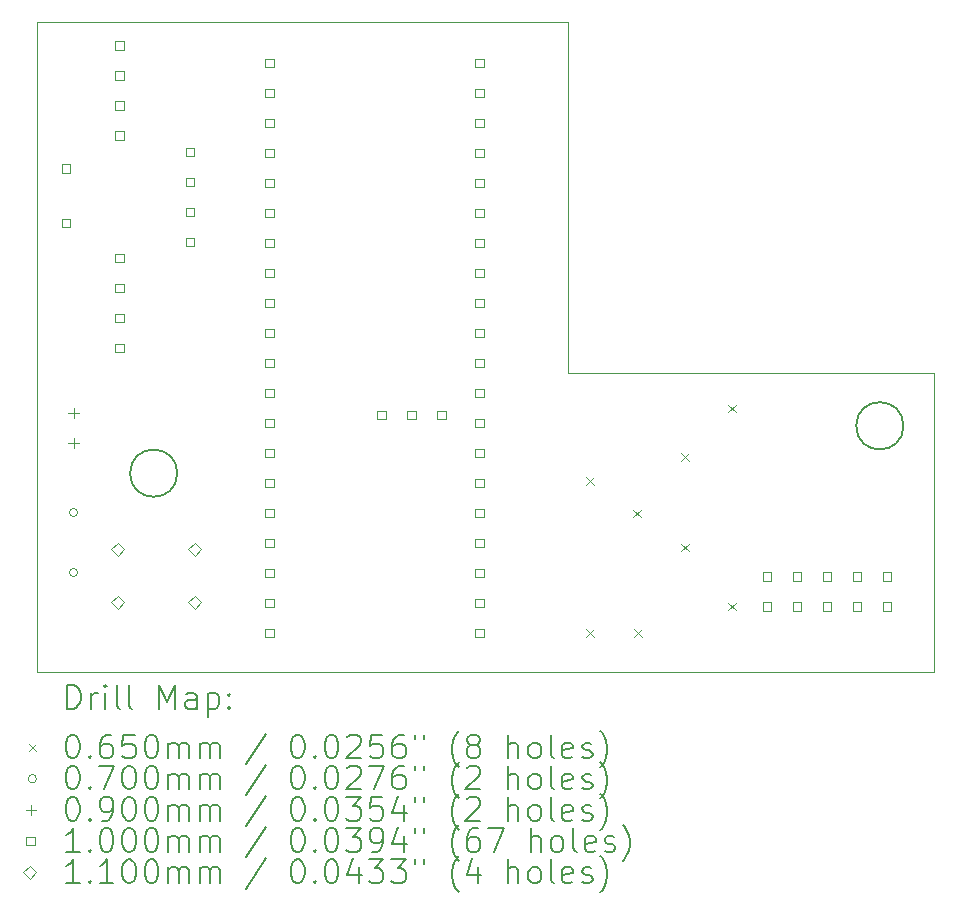
<source format=gbr>
%TF.GenerationSoftware,KiCad,Pcbnew,9.0.2*%
%TF.CreationDate,2025-07-08T09:36:59-03:00*%
%TF.ProjectId,RadProt_IOT,52616450-726f-4745-9f49-4f542e6b6963,rev?*%
%TF.SameCoordinates,Original*%
%TF.FileFunction,Drillmap*%
%TF.FilePolarity,Positive*%
%FSLAX45Y45*%
G04 Gerber Fmt 4.5, Leading zero omitted, Abs format (unit mm)*
G04 Created by KiCad (PCBNEW 9.0.2) date 2025-07-08 09:36:59*
%MOMM*%
%LPD*%
G01*
G04 APERTURE LIST*
%ADD10C,0.200000*%
%ADD11C,0.050000*%
%ADD12C,0.100000*%
%ADD13C,0.110000*%
G04 APERTURE END LIST*
D10*
X11690000Y-11820000D02*
G75*
G02*
X11290000Y-11820000I-200000J0D01*
G01*
X11290000Y-11820000D02*
G75*
G02*
X11690000Y-11820000I200000J0D01*
G01*
D11*
X15000000Y-8000000D02*
X10500000Y-8000000D01*
D10*
X17838000Y-11419000D02*
G75*
G02*
X17438000Y-11419000I-200000J0D01*
G01*
X17438000Y-11419000D02*
G75*
G02*
X17838000Y-11419000I200000J0D01*
G01*
D11*
X18100000Y-10969000D02*
X14997471Y-10969000D01*
X10500000Y-13500000D02*
X18100000Y-13500000D01*
X14997471Y-10969000D02*
X15000000Y-8000000D01*
X10500000Y-8000000D02*
X10500000Y-13500000D01*
X18100000Y-10969000D02*
X18100000Y-13500000D01*
D10*
D12*
X15154000Y-11851500D02*
X15219000Y-11916500D01*
X15219000Y-11851500D02*
X15154000Y-11916500D01*
X15154500Y-13141500D02*
X15219500Y-13206500D01*
X15219500Y-13141500D02*
X15154500Y-13206500D01*
X15550500Y-12127500D02*
X15615500Y-12192500D01*
X15615500Y-12127500D02*
X15550500Y-12192500D01*
X15559500Y-13140500D02*
X15624500Y-13205500D01*
X15624500Y-13140500D02*
X15559500Y-13205500D01*
X15955500Y-11649500D02*
X16020500Y-11714500D01*
X16020500Y-11649500D02*
X15955500Y-11714500D01*
X15955500Y-12417500D02*
X16020500Y-12482500D01*
X16020500Y-12417500D02*
X15955500Y-12482500D01*
X16351500Y-11238500D02*
X16416500Y-11303500D01*
X16416500Y-11238500D02*
X16351500Y-11303500D01*
X16355500Y-12917500D02*
X16420500Y-12982500D01*
X16420500Y-12917500D02*
X16355500Y-12982500D01*
X10846500Y-12153000D02*
G75*
G02*
X10776500Y-12153000I-35000J0D01*
G01*
X10776500Y-12153000D02*
G75*
G02*
X10846500Y-12153000I35000J0D01*
G01*
X10846500Y-12661000D02*
G75*
G02*
X10776500Y-12661000I-35000J0D01*
G01*
X10776500Y-12661000D02*
G75*
G02*
X10846500Y-12661000I35000J0D01*
G01*
X10811500Y-11265000D02*
X10811500Y-11355000D01*
X10766500Y-11310000D02*
X10856500Y-11310000D01*
X10811500Y-11519000D02*
X10811500Y-11609000D01*
X10766500Y-11564000D02*
X10856500Y-11564000D01*
X10785356Y-9276356D02*
X10785356Y-9205644D01*
X10714644Y-9205644D01*
X10714644Y-9276356D01*
X10785356Y-9276356D01*
X10785356Y-9735356D02*
X10785356Y-9664644D01*
X10714644Y-9664644D01*
X10714644Y-9735356D01*
X10785356Y-9735356D01*
X11235356Y-8235356D02*
X11235356Y-8164644D01*
X11164644Y-8164644D01*
X11164644Y-8235356D01*
X11235356Y-8235356D01*
X11235356Y-8489356D02*
X11235356Y-8418644D01*
X11164644Y-8418644D01*
X11164644Y-8489356D01*
X11235356Y-8489356D01*
X11235356Y-8743356D02*
X11235356Y-8672644D01*
X11164644Y-8672644D01*
X11164644Y-8743356D01*
X11235356Y-8743356D01*
X11235356Y-8997356D02*
X11235356Y-8926644D01*
X11164644Y-8926644D01*
X11164644Y-8997356D01*
X11235356Y-8997356D01*
X11235356Y-10035356D02*
X11235356Y-9964644D01*
X11164644Y-9964644D01*
X11164644Y-10035356D01*
X11235356Y-10035356D01*
X11235356Y-10289356D02*
X11235356Y-10218644D01*
X11164644Y-10218644D01*
X11164644Y-10289356D01*
X11235356Y-10289356D01*
X11235356Y-10543356D02*
X11235356Y-10472644D01*
X11164644Y-10472644D01*
X11164644Y-10543356D01*
X11235356Y-10543356D01*
X11235356Y-10797356D02*
X11235356Y-10726644D01*
X11164644Y-10726644D01*
X11164644Y-10797356D01*
X11235356Y-10797356D01*
X11835356Y-9135356D02*
X11835356Y-9064644D01*
X11764644Y-9064644D01*
X11764644Y-9135356D01*
X11835356Y-9135356D01*
X11835356Y-9389356D02*
X11835356Y-9318644D01*
X11764644Y-9318644D01*
X11764644Y-9389356D01*
X11835356Y-9389356D01*
X11835356Y-9643356D02*
X11835356Y-9572644D01*
X11764644Y-9572644D01*
X11764644Y-9643356D01*
X11835356Y-9643356D01*
X11835356Y-9897356D02*
X11835356Y-9826644D01*
X11764644Y-9826644D01*
X11764644Y-9897356D01*
X11835356Y-9897356D01*
X12506356Y-8381356D02*
X12506356Y-8310644D01*
X12435644Y-8310644D01*
X12435644Y-8381356D01*
X12506356Y-8381356D01*
X12506356Y-8635356D02*
X12506356Y-8564644D01*
X12435644Y-8564644D01*
X12435644Y-8635356D01*
X12506356Y-8635356D01*
X12506356Y-8889356D02*
X12506356Y-8818644D01*
X12435644Y-8818644D01*
X12435644Y-8889356D01*
X12506356Y-8889356D01*
X12506356Y-9143356D02*
X12506356Y-9072644D01*
X12435644Y-9072644D01*
X12435644Y-9143356D01*
X12506356Y-9143356D01*
X12506356Y-9397356D02*
X12506356Y-9326644D01*
X12435644Y-9326644D01*
X12435644Y-9397356D01*
X12506356Y-9397356D01*
X12506356Y-9651356D02*
X12506356Y-9580644D01*
X12435644Y-9580644D01*
X12435644Y-9651356D01*
X12506356Y-9651356D01*
X12506356Y-9905356D02*
X12506356Y-9834644D01*
X12435644Y-9834644D01*
X12435644Y-9905356D01*
X12506356Y-9905356D01*
X12506356Y-10159356D02*
X12506356Y-10088644D01*
X12435644Y-10088644D01*
X12435644Y-10159356D01*
X12506356Y-10159356D01*
X12506356Y-10413356D02*
X12506356Y-10342644D01*
X12435644Y-10342644D01*
X12435644Y-10413356D01*
X12506356Y-10413356D01*
X12506356Y-10667356D02*
X12506356Y-10596644D01*
X12435644Y-10596644D01*
X12435644Y-10667356D01*
X12506356Y-10667356D01*
X12506356Y-10921356D02*
X12506356Y-10850644D01*
X12435644Y-10850644D01*
X12435644Y-10921356D01*
X12506356Y-10921356D01*
X12506356Y-11175356D02*
X12506356Y-11104644D01*
X12435644Y-11104644D01*
X12435644Y-11175356D01*
X12506356Y-11175356D01*
X12506356Y-11429356D02*
X12506356Y-11358644D01*
X12435644Y-11358644D01*
X12435644Y-11429356D01*
X12506356Y-11429356D01*
X12506356Y-11683356D02*
X12506356Y-11612644D01*
X12435644Y-11612644D01*
X12435644Y-11683356D01*
X12506356Y-11683356D01*
X12506356Y-11937356D02*
X12506356Y-11866644D01*
X12435644Y-11866644D01*
X12435644Y-11937356D01*
X12506356Y-11937356D01*
X12506356Y-12191356D02*
X12506356Y-12120644D01*
X12435644Y-12120644D01*
X12435644Y-12191356D01*
X12506356Y-12191356D01*
X12506356Y-12445356D02*
X12506356Y-12374644D01*
X12435644Y-12374644D01*
X12435644Y-12445356D01*
X12506356Y-12445356D01*
X12506356Y-12699356D02*
X12506356Y-12628644D01*
X12435644Y-12628644D01*
X12435644Y-12699356D01*
X12506356Y-12699356D01*
X12506356Y-12953356D02*
X12506356Y-12882644D01*
X12435644Y-12882644D01*
X12435644Y-12953356D01*
X12506356Y-12953356D01*
X12506356Y-13207356D02*
X12506356Y-13136644D01*
X12435644Y-13136644D01*
X12435644Y-13207356D01*
X12506356Y-13207356D01*
X13453766Y-11364356D02*
X13453766Y-11293644D01*
X13383054Y-11293644D01*
X13383054Y-11364356D01*
X13453766Y-11364356D01*
X13707766Y-11364356D02*
X13707766Y-11293644D01*
X13637054Y-11293644D01*
X13637054Y-11364356D01*
X13707766Y-11364356D01*
X13961766Y-11364356D02*
X13961766Y-11293644D01*
X13891054Y-11293644D01*
X13891054Y-11364356D01*
X13961766Y-11364356D01*
X14284356Y-8381356D02*
X14284356Y-8310644D01*
X14213644Y-8310644D01*
X14213644Y-8381356D01*
X14284356Y-8381356D01*
X14284356Y-8635356D02*
X14284356Y-8564644D01*
X14213644Y-8564644D01*
X14213644Y-8635356D01*
X14284356Y-8635356D01*
X14284356Y-8889356D02*
X14284356Y-8818644D01*
X14213644Y-8818644D01*
X14213644Y-8889356D01*
X14284356Y-8889356D01*
X14284356Y-9143356D02*
X14284356Y-9072644D01*
X14213644Y-9072644D01*
X14213644Y-9143356D01*
X14284356Y-9143356D01*
X14284356Y-9397356D02*
X14284356Y-9326644D01*
X14213644Y-9326644D01*
X14213644Y-9397356D01*
X14284356Y-9397356D01*
X14284356Y-9651356D02*
X14284356Y-9580644D01*
X14213644Y-9580644D01*
X14213644Y-9651356D01*
X14284356Y-9651356D01*
X14284356Y-9905356D02*
X14284356Y-9834644D01*
X14213644Y-9834644D01*
X14213644Y-9905356D01*
X14284356Y-9905356D01*
X14284356Y-10159356D02*
X14284356Y-10088644D01*
X14213644Y-10088644D01*
X14213644Y-10159356D01*
X14284356Y-10159356D01*
X14284356Y-10413356D02*
X14284356Y-10342644D01*
X14213644Y-10342644D01*
X14213644Y-10413356D01*
X14284356Y-10413356D01*
X14284356Y-10667356D02*
X14284356Y-10596644D01*
X14213644Y-10596644D01*
X14213644Y-10667356D01*
X14284356Y-10667356D01*
X14284356Y-10921356D02*
X14284356Y-10850644D01*
X14213644Y-10850644D01*
X14213644Y-10921356D01*
X14284356Y-10921356D01*
X14284356Y-11175356D02*
X14284356Y-11104644D01*
X14213644Y-11104644D01*
X14213644Y-11175356D01*
X14284356Y-11175356D01*
X14284356Y-11429356D02*
X14284356Y-11358644D01*
X14213644Y-11358644D01*
X14213644Y-11429356D01*
X14284356Y-11429356D01*
X14284356Y-11683356D02*
X14284356Y-11612644D01*
X14213644Y-11612644D01*
X14213644Y-11683356D01*
X14284356Y-11683356D01*
X14284356Y-11937356D02*
X14284356Y-11866644D01*
X14213644Y-11866644D01*
X14213644Y-11937356D01*
X14284356Y-11937356D01*
X14284356Y-12191356D02*
X14284356Y-12120644D01*
X14213644Y-12120644D01*
X14213644Y-12191356D01*
X14284356Y-12191356D01*
X14284356Y-12445356D02*
X14284356Y-12374644D01*
X14213644Y-12374644D01*
X14213644Y-12445356D01*
X14284356Y-12445356D01*
X14284356Y-12699356D02*
X14284356Y-12628644D01*
X14213644Y-12628644D01*
X14213644Y-12699356D01*
X14284356Y-12699356D01*
X14284356Y-12953356D02*
X14284356Y-12882644D01*
X14213644Y-12882644D01*
X14213644Y-12953356D01*
X14284356Y-12953356D01*
X14284356Y-13207356D02*
X14284356Y-13136644D01*
X14213644Y-13136644D01*
X14213644Y-13207356D01*
X14284356Y-13207356D01*
X16719356Y-12731356D02*
X16719356Y-12660644D01*
X16648644Y-12660644D01*
X16648644Y-12731356D01*
X16719356Y-12731356D01*
X16719356Y-12985356D02*
X16719356Y-12914644D01*
X16648644Y-12914644D01*
X16648644Y-12985356D01*
X16719356Y-12985356D01*
X16973356Y-12731356D02*
X16973356Y-12660644D01*
X16902644Y-12660644D01*
X16902644Y-12731356D01*
X16973356Y-12731356D01*
X16973356Y-12985356D02*
X16973356Y-12914644D01*
X16902644Y-12914644D01*
X16902644Y-12985356D01*
X16973356Y-12985356D01*
X17227356Y-12731356D02*
X17227356Y-12660644D01*
X17156644Y-12660644D01*
X17156644Y-12731356D01*
X17227356Y-12731356D01*
X17227356Y-12985356D02*
X17227356Y-12914644D01*
X17156644Y-12914644D01*
X17156644Y-12985356D01*
X17227356Y-12985356D01*
X17481356Y-12731356D02*
X17481356Y-12660644D01*
X17410644Y-12660644D01*
X17410644Y-12731356D01*
X17481356Y-12731356D01*
X17481356Y-12985356D02*
X17481356Y-12914644D01*
X17410644Y-12914644D01*
X17410644Y-12985356D01*
X17481356Y-12985356D01*
X17735356Y-12731356D02*
X17735356Y-12660644D01*
X17664644Y-12660644D01*
X17664644Y-12731356D01*
X17735356Y-12731356D01*
X17735356Y-12985356D02*
X17735356Y-12914644D01*
X17664644Y-12914644D01*
X17664644Y-12985356D01*
X17735356Y-12985356D01*
D13*
X11186500Y-12518000D02*
X11241500Y-12463000D01*
X11186500Y-12408000D01*
X11131500Y-12463000D01*
X11186500Y-12518000D01*
X11186500Y-12968000D02*
X11241500Y-12913000D01*
X11186500Y-12858000D01*
X11131500Y-12913000D01*
X11186500Y-12968000D01*
X11836500Y-12518000D02*
X11891500Y-12463000D01*
X11836500Y-12408000D01*
X11781500Y-12463000D01*
X11836500Y-12518000D01*
X11836500Y-12968000D02*
X11891500Y-12913000D01*
X11836500Y-12858000D01*
X11781500Y-12913000D01*
X11836500Y-12968000D01*
D10*
X10758277Y-13813984D02*
X10758277Y-13613984D01*
X10758277Y-13613984D02*
X10805896Y-13613984D01*
X10805896Y-13613984D02*
X10834467Y-13623508D01*
X10834467Y-13623508D02*
X10853515Y-13642555D01*
X10853515Y-13642555D02*
X10863039Y-13661603D01*
X10863039Y-13661603D02*
X10872563Y-13699698D01*
X10872563Y-13699698D02*
X10872563Y-13728269D01*
X10872563Y-13728269D02*
X10863039Y-13766365D01*
X10863039Y-13766365D02*
X10853515Y-13785412D01*
X10853515Y-13785412D02*
X10834467Y-13804460D01*
X10834467Y-13804460D02*
X10805896Y-13813984D01*
X10805896Y-13813984D02*
X10758277Y-13813984D01*
X10958277Y-13813984D02*
X10958277Y-13680650D01*
X10958277Y-13718746D02*
X10967801Y-13699698D01*
X10967801Y-13699698D02*
X10977324Y-13690174D01*
X10977324Y-13690174D02*
X10996372Y-13680650D01*
X10996372Y-13680650D02*
X11015420Y-13680650D01*
X11082086Y-13813984D02*
X11082086Y-13680650D01*
X11082086Y-13613984D02*
X11072563Y-13623508D01*
X11072563Y-13623508D02*
X11082086Y-13633031D01*
X11082086Y-13633031D02*
X11091610Y-13623508D01*
X11091610Y-13623508D02*
X11082086Y-13613984D01*
X11082086Y-13613984D02*
X11082086Y-13633031D01*
X11205896Y-13813984D02*
X11186848Y-13804460D01*
X11186848Y-13804460D02*
X11177324Y-13785412D01*
X11177324Y-13785412D02*
X11177324Y-13613984D01*
X11310658Y-13813984D02*
X11291610Y-13804460D01*
X11291610Y-13804460D02*
X11282086Y-13785412D01*
X11282086Y-13785412D02*
X11282086Y-13613984D01*
X11539229Y-13813984D02*
X11539229Y-13613984D01*
X11539229Y-13613984D02*
X11605896Y-13756841D01*
X11605896Y-13756841D02*
X11672562Y-13613984D01*
X11672562Y-13613984D02*
X11672562Y-13813984D01*
X11853515Y-13813984D02*
X11853515Y-13709222D01*
X11853515Y-13709222D02*
X11843991Y-13690174D01*
X11843991Y-13690174D02*
X11824943Y-13680650D01*
X11824943Y-13680650D02*
X11786848Y-13680650D01*
X11786848Y-13680650D02*
X11767801Y-13690174D01*
X11853515Y-13804460D02*
X11834467Y-13813984D01*
X11834467Y-13813984D02*
X11786848Y-13813984D01*
X11786848Y-13813984D02*
X11767801Y-13804460D01*
X11767801Y-13804460D02*
X11758277Y-13785412D01*
X11758277Y-13785412D02*
X11758277Y-13766365D01*
X11758277Y-13766365D02*
X11767801Y-13747317D01*
X11767801Y-13747317D02*
X11786848Y-13737793D01*
X11786848Y-13737793D02*
X11834467Y-13737793D01*
X11834467Y-13737793D02*
X11853515Y-13728269D01*
X11948753Y-13680650D02*
X11948753Y-13880650D01*
X11948753Y-13690174D02*
X11967801Y-13680650D01*
X11967801Y-13680650D02*
X12005896Y-13680650D01*
X12005896Y-13680650D02*
X12024943Y-13690174D01*
X12024943Y-13690174D02*
X12034467Y-13699698D01*
X12034467Y-13699698D02*
X12043991Y-13718746D01*
X12043991Y-13718746D02*
X12043991Y-13775888D01*
X12043991Y-13775888D02*
X12034467Y-13794936D01*
X12034467Y-13794936D02*
X12024943Y-13804460D01*
X12024943Y-13804460D02*
X12005896Y-13813984D01*
X12005896Y-13813984D02*
X11967801Y-13813984D01*
X11967801Y-13813984D02*
X11948753Y-13804460D01*
X12129705Y-13794936D02*
X12139229Y-13804460D01*
X12139229Y-13804460D02*
X12129705Y-13813984D01*
X12129705Y-13813984D02*
X12120182Y-13804460D01*
X12120182Y-13804460D02*
X12129705Y-13794936D01*
X12129705Y-13794936D02*
X12129705Y-13813984D01*
X12129705Y-13690174D02*
X12139229Y-13699698D01*
X12139229Y-13699698D02*
X12129705Y-13709222D01*
X12129705Y-13709222D02*
X12120182Y-13699698D01*
X12120182Y-13699698D02*
X12129705Y-13690174D01*
X12129705Y-13690174D02*
X12129705Y-13709222D01*
D12*
X10432500Y-14110000D02*
X10497500Y-14175000D01*
X10497500Y-14110000D02*
X10432500Y-14175000D01*
D10*
X10796372Y-14033984D02*
X10815420Y-14033984D01*
X10815420Y-14033984D02*
X10834467Y-14043508D01*
X10834467Y-14043508D02*
X10843991Y-14053031D01*
X10843991Y-14053031D02*
X10853515Y-14072079D01*
X10853515Y-14072079D02*
X10863039Y-14110174D01*
X10863039Y-14110174D02*
X10863039Y-14157793D01*
X10863039Y-14157793D02*
X10853515Y-14195888D01*
X10853515Y-14195888D02*
X10843991Y-14214936D01*
X10843991Y-14214936D02*
X10834467Y-14224460D01*
X10834467Y-14224460D02*
X10815420Y-14233984D01*
X10815420Y-14233984D02*
X10796372Y-14233984D01*
X10796372Y-14233984D02*
X10777324Y-14224460D01*
X10777324Y-14224460D02*
X10767801Y-14214936D01*
X10767801Y-14214936D02*
X10758277Y-14195888D01*
X10758277Y-14195888D02*
X10748753Y-14157793D01*
X10748753Y-14157793D02*
X10748753Y-14110174D01*
X10748753Y-14110174D02*
X10758277Y-14072079D01*
X10758277Y-14072079D02*
X10767801Y-14053031D01*
X10767801Y-14053031D02*
X10777324Y-14043508D01*
X10777324Y-14043508D02*
X10796372Y-14033984D01*
X10948753Y-14214936D02*
X10958277Y-14224460D01*
X10958277Y-14224460D02*
X10948753Y-14233984D01*
X10948753Y-14233984D02*
X10939229Y-14224460D01*
X10939229Y-14224460D02*
X10948753Y-14214936D01*
X10948753Y-14214936D02*
X10948753Y-14233984D01*
X11129705Y-14033984D02*
X11091610Y-14033984D01*
X11091610Y-14033984D02*
X11072563Y-14043508D01*
X11072563Y-14043508D02*
X11063039Y-14053031D01*
X11063039Y-14053031D02*
X11043991Y-14081603D01*
X11043991Y-14081603D02*
X11034467Y-14119698D01*
X11034467Y-14119698D02*
X11034467Y-14195888D01*
X11034467Y-14195888D02*
X11043991Y-14214936D01*
X11043991Y-14214936D02*
X11053515Y-14224460D01*
X11053515Y-14224460D02*
X11072563Y-14233984D01*
X11072563Y-14233984D02*
X11110658Y-14233984D01*
X11110658Y-14233984D02*
X11129705Y-14224460D01*
X11129705Y-14224460D02*
X11139229Y-14214936D01*
X11139229Y-14214936D02*
X11148753Y-14195888D01*
X11148753Y-14195888D02*
X11148753Y-14148269D01*
X11148753Y-14148269D02*
X11139229Y-14129222D01*
X11139229Y-14129222D02*
X11129705Y-14119698D01*
X11129705Y-14119698D02*
X11110658Y-14110174D01*
X11110658Y-14110174D02*
X11072563Y-14110174D01*
X11072563Y-14110174D02*
X11053515Y-14119698D01*
X11053515Y-14119698D02*
X11043991Y-14129222D01*
X11043991Y-14129222D02*
X11034467Y-14148269D01*
X11329705Y-14033984D02*
X11234467Y-14033984D01*
X11234467Y-14033984D02*
X11224943Y-14129222D01*
X11224943Y-14129222D02*
X11234467Y-14119698D01*
X11234467Y-14119698D02*
X11253515Y-14110174D01*
X11253515Y-14110174D02*
X11301134Y-14110174D01*
X11301134Y-14110174D02*
X11320182Y-14119698D01*
X11320182Y-14119698D02*
X11329705Y-14129222D01*
X11329705Y-14129222D02*
X11339229Y-14148269D01*
X11339229Y-14148269D02*
X11339229Y-14195888D01*
X11339229Y-14195888D02*
X11329705Y-14214936D01*
X11329705Y-14214936D02*
X11320182Y-14224460D01*
X11320182Y-14224460D02*
X11301134Y-14233984D01*
X11301134Y-14233984D02*
X11253515Y-14233984D01*
X11253515Y-14233984D02*
X11234467Y-14224460D01*
X11234467Y-14224460D02*
X11224943Y-14214936D01*
X11463039Y-14033984D02*
X11482086Y-14033984D01*
X11482086Y-14033984D02*
X11501134Y-14043508D01*
X11501134Y-14043508D02*
X11510658Y-14053031D01*
X11510658Y-14053031D02*
X11520182Y-14072079D01*
X11520182Y-14072079D02*
X11529705Y-14110174D01*
X11529705Y-14110174D02*
X11529705Y-14157793D01*
X11529705Y-14157793D02*
X11520182Y-14195888D01*
X11520182Y-14195888D02*
X11510658Y-14214936D01*
X11510658Y-14214936D02*
X11501134Y-14224460D01*
X11501134Y-14224460D02*
X11482086Y-14233984D01*
X11482086Y-14233984D02*
X11463039Y-14233984D01*
X11463039Y-14233984D02*
X11443991Y-14224460D01*
X11443991Y-14224460D02*
X11434467Y-14214936D01*
X11434467Y-14214936D02*
X11424943Y-14195888D01*
X11424943Y-14195888D02*
X11415420Y-14157793D01*
X11415420Y-14157793D02*
X11415420Y-14110174D01*
X11415420Y-14110174D02*
X11424943Y-14072079D01*
X11424943Y-14072079D02*
X11434467Y-14053031D01*
X11434467Y-14053031D02*
X11443991Y-14043508D01*
X11443991Y-14043508D02*
X11463039Y-14033984D01*
X11615420Y-14233984D02*
X11615420Y-14100650D01*
X11615420Y-14119698D02*
X11624943Y-14110174D01*
X11624943Y-14110174D02*
X11643991Y-14100650D01*
X11643991Y-14100650D02*
X11672563Y-14100650D01*
X11672563Y-14100650D02*
X11691610Y-14110174D01*
X11691610Y-14110174D02*
X11701134Y-14129222D01*
X11701134Y-14129222D02*
X11701134Y-14233984D01*
X11701134Y-14129222D02*
X11710658Y-14110174D01*
X11710658Y-14110174D02*
X11729705Y-14100650D01*
X11729705Y-14100650D02*
X11758277Y-14100650D01*
X11758277Y-14100650D02*
X11777324Y-14110174D01*
X11777324Y-14110174D02*
X11786848Y-14129222D01*
X11786848Y-14129222D02*
X11786848Y-14233984D01*
X11882086Y-14233984D02*
X11882086Y-14100650D01*
X11882086Y-14119698D02*
X11891610Y-14110174D01*
X11891610Y-14110174D02*
X11910658Y-14100650D01*
X11910658Y-14100650D02*
X11939229Y-14100650D01*
X11939229Y-14100650D02*
X11958277Y-14110174D01*
X11958277Y-14110174D02*
X11967801Y-14129222D01*
X11967801Y-14129222D02*
X11967801Y-14233984D01*
X11967801Y-14129222D02*
X11977324Y-14110174D01*
X11977324Y-14110174D02*
X11996372Y-14100650D01*
X11996372Y-14100650D02*
X12024943Y-14100650D01*
X12024943Y-14100650D02*
X12043991Y-14110174D01*
X12043991Y-14110174D02*
X12053515Y-14129222D01*
X12053515Y-14129222D02*
X12053515Y-14233984D01*
X12443991Y-14024460D02*
X12272563Y-14281603D01*
X12701134Y-14033984D02*
X12720182Y-14033984D01*
X12720182Y-14033984D02*
X12739229Y-14043508D01*
X12739229Y-14043508D02*
X12748753Y-14053031D01*
X12748753Y-14053031D02*
X12758277Y-14072079D01*
X12758277Y-14072079D02*
X12767801Y-14110174D01*
X12767801Y-14110174D02*
X12767801Y-14157793D01*
X12767801Y-14157793D02*
X12758277Y-14195888D01*
X12758277Y-14195888D02*
X12748753Y-14214936D01*
X12748753Y-14214936D02*
X12739229Y-14224460D01*
X12739229Y-14224460D02*
X12720182Y-14233984D01*
X12720182Y-14233984D02*
X12701134Y-14233984D01*
X12701134Y-14233984D02*
X12682086Y-14224460D01*
X12682086Y-14224460D02*
X12672563Y-14214936D01*
X12672563Y-14214936D02*
X12663039Y-14195888D01*
X12663039Y-14195888D02*
X12653515Y-14157793D01*
X12653515Y-14157793D02*
X12653515Y-14110174D01*
X12653515Y-14110174D02*
X12663039Y-14072079D01*
X12663039Y-14072079D02*
X12672563Y-14053031D01*
X12672563Y-14053031D02*
X12682086Y-14043508D01*
X12682086Y-14043508D02*
X12701134Y-14033984D01*
X12853515Y-14214936D02*
X12863039Y-14224460D01*
X12863039Y-14224460D02*
X12853515Y-14233984D01*
X12853515Y-14233984D02*
X12843991Y-14224460D01*
X12843991Y-14224460D02*
X12853515Y-14214936D01*
X12853515Y-14214936D02*
X12853515Y-14233984D01*
X12986848Y-14033984D02*
X13005896Y-14033984D01*
X13005896Y-14033984D02*
X13024944Y-14043508D01*
X13024944Y-14043508D02*
X13034467Y-14053031D01*
X13034467Y-14053031D02*
X13043991Y-14072079D01*
X13043991Y-14072079D02*
X13053515Y-14110174D01*
X13053515Y-14110174D02*
X13053515Y-14157793D01*
X13053515Y-14157793D02*
X13043991Y-14195888D01*
X13043991Y-14195888D02*
X13034467Y-14214936D01*
X13034467Y-14214936D02*
X13024944Y-14224460D01*
X13024944Y-14224460D02*
X13005896Y-14233984D01*
X13005896Y-14233984D02*
X12986848Y-14233984D01*
X12986848Y-14233984D02*
X12967801Y-14224460D01*
X12967801Y-14224460D02*
X12958277Y-14214936D01*
X12958277Y-14214936D02*
X12948753Y-14195888D01*
X12948753Y-14195888D02*
X12939229Y-14157793D01*
X12939229Y-14157793D02*
X12939229Y-14110174D01*
X12939229Y-14110174D02*
X12948753Y-14072079D01*
X12948753Y-14072079D02*
X12958277Y-14053031D01*
X12958277Y-14053031D02*
X12967801Y-14043508D01*
X12967801Y-14043508D02*
X12986848Y-14033984D01*
X13129706Y-14053031D02*
X13139229Y-14043508D01*
X13139229Y-14043508D02*
X13158277Y-14033984D01*
X13158277Y-14033984D02*
X13205896Y-14033984D01*
X13205896Y-14033984D02*
X13224944Y-14043508D01*
X13224944Y-14043508D02*
X13234467Y-14053031D01*
X13234467Y-14053031D02*
X13243991Y-14072079D01*
X13243991Y-14072079D02*
X13243991Y-14091127D01*
X13243991Y-14091127D02*
X13234467Y-14119698D01*
X13234467Y-14119698D02*
X13120182Y-14233984D01*
X13120182Y-14233984D02*
X13243991Y-14233984D01*
X13424944Y-14033984D02*
X13329706Y-14033984D01*
X13329706Y-14033984D02*
X13320182Y-14129222D01*
X13320182Y-14129222D02*
X13329706Y-14119698D01*
X13329706Y-14119698D02*
X13348753Y-14110174D01*
X13348753Y-14110174D02*
X13396372Y-14110174D01*
X13396372Y-14110174D02*
X13415420Y-14119698D01*
X13415420Y-14119698D02*
X13424944Y-14129222D01*
X13424944Y-14129222D02*
X13434467Y-14148269D01*
X13434467Y-14148269D02*
X13434467Y-14195888D01*
X13434467Y-14195888D02*
X13424944Y-14214936D01*
X13424944Y-14214936D02*
X13415420Y-14224460D01*
X13415420Y-14224460D02*
X13396372Y-14233984D01*
X13396372Y-14233984D02*
X13348753Y-14233984D01*
X13348753Y-14233984D02*
X13329706Y-14224460D01*
X13329706Y-14224460D02*
X13320182Y-14214936D01*
X13605896Y-14033984D02*
X13567801Y-14033984D01*
X13567801Y-14033984D02*
X13548753Y-14043508D01*
X13548753Y-14043508D02*
X13539229Y-14053031D01*
X13539229Y-14053031D02*
X13520182Y-14081603D01*
X13520182Y-14081603D02*
X13510658Y-14119698D01*
X13510658Y-14119698D02*
X13510658Y-14195888D01*
X13510658Y-14195888D02*
X13520182Y-14214936D01*
X13520182Y-14214936D02*
X13529706Y-14224460D01*
X13529706Y-14224460D02*
X13548753Y-14233984D01*
X13548753Y-14233984D02*
X13586848Y-14233984D01*
X13586848Y-14233984D02*
X13605896Y-14224460D01*
X13605896Y-14224460D02*
X13615420Y-14214936D01*
X13615420Y-14214936D02*
X13624944Y-14195888D01*
X13624944Y-14195888D02*
X13624944Y-14148269D01*
X13624944Y-14148269D02*
X13615420Y-14129222D01*
X13615420Y-14129222D02*
X13605896Y-14119698D01*
X13605896Y-14119698D02*
X13586848Y-14110174D01*
X13586848Y-14110174D02*
X13548753Y-14110174D01*
X13548753Y-14110174D02*
X13529706Y-14119698D01*
X13529706Y-14119698D02*
X13520182Y-14129222D01*
X13520182Y-14129222D02*
X13510658Y-14148269D01*
X13701134Y-14033984D02*
X13701134Y-14072079D01*
X13777325Y-14033984D02*
X13777325Y-14072079D01*
X14072563Y-14310174D02*
X14063039Y-14300650D01*
X14063039Y-14300650D02*
X14043991Y-14272079D01*
X14043991Y-14272079D02*
X14034468Y-14253031D01*
X14034468Y-14253031D02*
X14024944Y-14224460D01*
X14024944Y-14224460D02*
X14015420Y-14176841D01*
X14015420Y-14176841D02*
X14015420Y-14138746D01*
X14015420Y-14138746D02*
X14024944Y-14091127D01*
X14024944Y-14091127D02*
X14034468Y-14062555D01*
X14034468Y-14062555D02*
X14043991Y-14043508D01*
X14043991Y-14043508D02*
X14063039Y-14014936D01*
X14063039Y-14014936D02*
X14072563Y-14005412D01*
X14177325Y-14119698D02*
X14158277Y-14110174D01*
X14158277Y-14110174D02*
X14148753Y-14100650D01*
X14148753Y-14100650D02*
X14139229Y-14081603D01*
X14139229Y-14081603D02*
X14139229Y-14072079D01*
X14139229Y-14072079D02*
X14148753Y-14053031D01*
X14148753Y-14053031D02*
X14158277Y-14043508D01*
X14158277Y-14043508D02*
X14177325Y-14033984D01*
X14177325Y-14033984D02*
X14215420Y-14033984D01*
X14215420Y-14033984D02*
X14234468Y-14043508D01*
X14234468Y-14043508D02*
X14243991Y-14053031D01*
X14243991Y-14053031D02*
X14253515Y-14072079D01*
X14253515Y-14072079D02*
X14253515Y-14081603D01*
X14253515Y-14081603D02*
X14243991Y-14100650D01*
X14243991Y-14100650D02*
X14234468Y-14110174D01*
X14234468Y-14110174D02*
X14215420Y-14119698D01*
X14215420Y-14119698D02*
X14177325Y-14119698D01*
X14177325Y-14119698D02*
X14158277Y-14129222D01*
X14158277Y-14129222D02*
X14148753Y-14138746D01*
X14148753Y-14138746D02*
X14139229Y-14157793D01*
X14139229Y-14157793D02*
X14139229Y-14195888D01*
X14139229Y-14195888D02*
X14148753Y-14214936D01*
X14148753Y-14214936D02*
X14158277Y-14224460D01*
X14158277Y-14224460D02*
X14177325Y-14233984D01*
X14177325Y-14233984D02*
X14215420Y-14233984D01*
X14215420Y-14233984D02*
X14234468Y-14224460D01*
X14234468Y-14224460D02*
X14243991Y-14214936D01*
X14243991Y-14214936D02*
X14253515Y-14195888D01*
X14253515Y-14195888D02*
X14253515Y-14157793D01*
X14253515Y-14157793D02*
X14243991Y-14138746D01*
X14243991Y-14138746D02*
X14234468Y-14129222D01*
X14234468Y-14129222D02*
X14215420Y-14119698D01*
X14491610Y-14233984D02*
X14491610Y-14033984D01*
X14577325Y-14233984D02*
X14577325Y-14129222D01*
X14577325Y-14129222D02*
X14567801Y-14110174D01*
X14567801Y-14110174D02*
X14548753Y-14100650D01*
X14548753Y-14100650D02*
X14520182Y-14100650D01*
X14520182Y-14100650D02*
X14501134Y-14110174D01*
X14501134Y-14110174D02*
X14491610Y-14119698D01*
X14701134Y-14233984D02*
X14682087Y-14224460D01*
X14682087Y-14224460D02*
X14672563Y-14214936D01*
X14672563Y-14214936D02*
X14663039Y-14195888D01*
X14663039Y-14195888D02*
X14663039Y-14138746D01*
X14663039Y-14138746D02*
X14672563Y-14119698D01*
X14672563Y-14119698D02*
X14682087Y-14110174D01*
X14682087Y-14110174D02*
X14701134Y-14100650D01*
X14701134Y-14100650D02*
X14729706Y-14100650D01*
X14729706Y-14100650D02*
X14748753Y-14110174D01*
X14748753Y-14110174D02*
X14758277Y-14119698D01*
X14758277Y-14119698D02*
X14767801Y-14138746D01*
X14767801Y-14138746D02*
X14767801Y-14195888D01*
X14767801Y-14195888D02*
X14758277Y-14214936D01*
X14758277Y-14214936D02*
X14748753Y-14224460D01*
X14748753Y-14224460D02*
X14729706Y-14233984D01*
X14729706Y-14233984D02*
X14701134Y-14233984D01*
X14882087Y-14233984D02*
X14863039Y-14224460D01*
X14863039Y-14224460D02*
X14853515Y-14205412D01*
X14853515Y-14205412D02*
X14853515Y-14033984D01*
X15034468Y-14224460D02*
X15015420Y-14233984D01*
X15015420Y-14233984D02*
X14977325Y-14233984D01*
X14977325Y-14233984D02*
X14958277Y-14224460D01*
X14958277Y-14224460D02*
X14948753Y-14205412D01*
X14948753Y-14205412D02*
X14948753Y-14129222D01*
X14948753Y-14129222D02*
X14958277Y-14110174D01*
X14958277Y-14110174D02*
X14977325Y-14100650D01*
X14977325Y-14100650D02*
X15015420Y-14100650D01*
X15015420Y-14100650D02*
X15034468Y-14110174D01*
X15034468Y-14110174D02*
X15043991Y-14129222D01*
X15043991Y-14129222D02*
X15043991Y-14148269D01*
X15043991Y-14148269D02*
X14948753Y-14167317D01*
X15120182Y-14224460D02*
X15139230Y-14233984D01*
X15139230Y-14233984D02*
X15177325Y-14233984D01*
X15177325Y-14233984D02*
X15196372Y-14224460D01*
X15196372Y-14224460D02*
X15205896Y-14205412D01*
X15205896Y-14205412D02*
X15205896Y-14195888D01*
X15205896Y-14195888D02*
X15196372Y-14176841D01*
X15196372Y-14176841D02*
X15177325Y-14167317D01*
X15177325Y-14167317D02*
X15148753Y-14167317D01*
X15148753Y-14167317D02*
X15129706Y-14157793D01*
X15129706Y-14157793D02*
X15120182Y-14138746D01*
X15120182Y-14138746D02*
X15120182Y-14129222D01*
X15120182Y-14129222D02*
X15129706Y-14110174D01*
X15129706Y-14110174D02*
X15148753Y-14100650D01*
X15148753Y-14100650D02*
X15177325Y-14100650D01*
X15177325Y-14100650D02*
X15196372Y-14110174D01*
X15272563Y-14310174D02*
X15282087Y-14300650D01*
X15282087Y-14300650D02*
X15301134Y-14272079D01*
X15301134Y-14272079D02*
X15310658Y-14253031D01*
X15310658Y-14253031D02*
X15320182Y-14224460D01*
X15320182Y-14224460D02*
X15329706Y-14176841D01*
X15329706Y-14176841D02*
X15329706Y-14138746D01*
X15329706Y-14138746D02*
X15320182Y-14091127D01*
X15320182Y-14091127D02*
X15310658Y-14062555D01*
X15310658Y-14062555D02*
X15301134Y-14043508D01*
X15301134Y-14043508D02*
X15282087Y-14014936D01*
X15282087Y-14014936D02*
X15272563Y-14005412D01*
D12*
X10497500Y-14406500D02*
G75*
G02*
X10427500Y-14406500I-35000J0D01*
G01*
X10427500Y-14406500D02*
G75*
G02*
X10497500Y-14406500I35000J0D01*
G01*
D10*
X10796372Y-14297984D02*
X10815420Y-14297984D01*
X10815420Y-14297984D02*
X10834467Y-14307508D01*
X10834467Y-14307508D02*
X10843991Y-14317031D01*
X10843991Y-14317031D02*
X10853515Y-14336079D01*
X10853515Y-14336079D02*
X10863039Y-14374174D01*
X10863039Y-14374174D02*
X10863039Y-14421793D01*
X10863039Y-14421793D02*
X10853515Y-14459888D01*
X10853515Y-14459888D02*
X10843991Y-14478936D01*
X10843991Y-14478936D02*
X10834467Y-14488460D01*
X10834467Y-14488460D02*
X10815420Y-14497984D01*
X10815420Y-14497984D02*
X10796372Y-14497984D01*
X10796372Y-14497984D02*
X10777324Y-14488460D01*
X10777324Y-14488460D02*
X10767801Y-14478936D01*
X10767801Y-14478936D02*
X10758277Y-14459888D01*
X10758277Y-14459888D02*
X10748753Y-14421793D01*
X10748753Y-14421793D02*
X10748753Y-14374174D01*
X10748753Y-14374174D02*
X10758277Y-14336079D01*
X10758277Y-14336079D02*
X10767801Y-14317031D01*
X10767801Y-14317031D02*
X10777324Y-14307508D01*
X10777324Y-14307508D02*
X10796372Y-14297984D01*
X10948753Y-14478936D02*
X10958277Y-14488460D01*
X10958277Y-14488460D02*
X10948753Y-14497984D01*
X10948753Y-14497984D02*
X10939229Y-14488460D01*
X10939229Y-14488460D02*
X10948753Y-14478936D01*
X10948753Y-14478936D02*
X10948753Y-14497984D01*
X11024944Y-14297984D02*
X11158277Y-14297984D01*
X11158277Y-14297984D02*
X11072563Y-14497984D01*
X11272562Y-14297984D02*
X11291610Y-14297984D01*
X11291610Y-14297984D02*
X11310658Y-14307508D01*
X11310658Y-14307508D02*
X11320182Y-14317031D01*
X11320182Y-14317031D02*
X11329705Y-14336079D01*
X11329705Y-14336079D02*
X11339229Y-14374174D01*
X11339229Y-14374174D02*
X11339229Y-14421793D01*
X11339229Y-14421793D02*
X11329705Y-14459888D01*
X11329705Y-14459888D02*
X11320182Y-14478936D01*
X11320182Y-14478936D02*
X11310658Y-14488460D01*
X11310658Y-14488460D02*
X11291610Y-14497984D01*
X11291610Y-14497984D02*
X11272562Y-14497984D01*
X11272562Y-14497984D02*
X11253515Y-14488460D01*
X11253515Y-14488460D02*
X11243991Y-14478936D01*
X11243991Y-14478936D02*
X11234467Y-14459888D01*
X11234467Y-14459888D02*
X11224943Y-14421793D01*
X11224943Y-14421793D02*
X11224943Y-14374174D01*
X11224943Y-14374174D02*
X11234467Y-14336079D01*
X11234467Y-14336079D02*
X11243991Y-14317031D01*
X11243991Y-14317031D02*
X11253515Y-14307508D01*
X11253515Y-14307508D02*
X11272562Y-14297984D01*
X11463039Y-14297984D02*
X11482086Y-14297984D01*
X11482086Y-14297984D02*
X11501134Y-14307508D01*
X11501134Y-14307508D02*
X11510658Y-14317031D01*
X11510658Y-14317031D02*
X11520182Y-14336079D01*
X11520182Y-14336079D02*
X11529705Y-14374174D01*
X11529705Y-14374174D02*
X11529705Y-14421793D01*
X11529705Y-14421793D02*
X11520182Y-14459888D01*
X11520182Y-14459888D02*
X11510658Y-14478936D01*
X11510658Y-14478936D02*
X11501134Y-14488460D01*
X11501134Y-14488460D02*
X11482086Y-14497984D01*
X11482086Y-14497984D02*
X11463039Y-14497984D01*
X11463039Y-14497984D02*
X11443991Y-14488460D01*
X11443991Y-14488460D02*
X11434467Y-14478936D01*
X11434467Y-14478936D02*
X11424943Y-14459888D01*
X11424943Y-14459888D02*
X11415420Y-14421793D01*
X11415420Y-14421793D02*
X11415420Y-14374174D01*
X11415420Y-14374174D02*
X11424943Y-14336079D01*
X11424943Y-14336079D02*
X11434467Y-14317031D01*
X11434467Y-14317031D02*
X11443991Y-14307508D01*
X11443991Y-14307508D02*
X11463039Y-14297984D01*
X11615420Y-14497984D02*
X11615420Y-14364650D01*
X11615420Y-14383698D02*
X11624943Y-14374174D01*
X11624943Y-14374174D02*
X11643991Y-14364650D01*
X11643991Y-14364650D02*
X11672563Y-14364650D01*
X11672563Y-14364650D02*
X11691610Y-14374174D01*
X11691610Y-14374174D02*
X11701134Y-14393222D01*
X11701134Y-14393222D02*
X11701134Y-14497984D01*
X11701134Y-14393222D02*
X11710658Y-14374174D01*
X11710658Y-14374174D02*
X11729705Y-14364650D01*
X11729705Y-14364650D02*
X11758277Y-14364650D01*
X11758277Y-14364650D02*
X11777324Y-14374174D01*
X11777324Y-14374174D02*
X11786848Y-14393222D01*
X11786848Y-14393222D02*
X11786848Y-14497984D01*
X11882086Y-14497984D02*
X11882086Y-14364650D01*
X11882086Y-14383698D02*
X11891610Y-14374174D01*
X11891610Y-14374174D02*
X11910658Y-14364650D01*
X11910658Y-14364650D02*
X11939229Y-14364650D01*
X11939229Y-14364650D02*
X11958277Y-14374174D01*
X11958277Y-14374174D02*
X11967801Y-14393222D01*
X11967801Y-14393222D02*
X11967801Y-14497984D01*
X11967801Y-14393222D02*
X11977324Y-14374174D01*
X11977324Y-14374174D02*
X11996372Y-14364650D01*
X11996372Y-14364650D02*
X12024943Y-14364650D01*
X12024943Y-14364650D02*
X12043991Y-14374174D01*
X12043991Y-14374174D02*
X12053515Y-14393222D01*
X12053515Y-14393222D02*
X12053515Y-14497984D01*
X12443991Y-14288460D02*
X12272563Y-14545603D01*
X12701134Y-14297984D02*
X12720182Y-14297984D01*
X12720182Y-14297984D02*
X12739229Y-14307508D01*
X12739229Y-14307508D02*
X12748753Y-14317031D01*
X12748753Y-14317031D02*
X12758277Y-14336079D01*
X12758277Y-14336079D02*
X12767801Y-14374174D01*
X12767801Y-14374174D02*
X12767801Y-14421793D01*
X12767801Y-14421793D02*
X12758277Y-14459888D01*
X12758277Y-14459888D02*
X12748753Y-14478936D01*
X12748753Y-14478936D02*
X12739229Y-14488460D01*
X12739229Y-14488460D02*
X12720182Y-14497984D01*
X12720182Y-14497984D02*
X12701134Y-14497984D01*
X12701134Y-14497984D02*
X12682086Y-14488460D01*
X12682086Y-14488460D02*
X12672563Y-14478936D01*
X12672563Y-14478936D02*
X12663039Y-14459888D01*
X12663039Y-14459888D02*
X12653515Y-14421793D01*
X12653515Y-14421793D02*
X12653515Y-14374174D01*
X12653515Y-14374174D02*
X12663039Y-14336079D01*
X12663039Y-14336079D02*
X12672563Y-14317031D01*
X12672563Y-14317031D02*
X12682086Y-14307508D01*
X12682086Y-14307508D02*
X12701134Y-14297984D01*
X12853515Y-14478936D02*
X12863039Y-14488460D01*
X12863039Y-14488460D02*
X12853515Y-14497984D01*
X12853515Y-14497984D02*
X12843991Y-14488460D01*
X12843991Y-14488460D02*
X12853515Y-14478936D01*
X12853515Y-14478936D02*
X12853515Y-14497984D01*
X12986848Y-14297984D02*
X13005896Y-14297984D01*
X13005896Y-14297984D02*
X13024944Y-14307508D01*
X13024944Y-14307508D02*
X13034467Y-14317031D01*
X13034467Y-14317031D02*
X13043991Y-14336079D01*
X13043991Y-14336079D02*
X13053515Y-14374174D01*
X13053515Y-14374174D02*
X13053515Y-14421793D01*
X13053515Y-14421793D02*
X13043991Y-14459888D01*
X13043991Y-14459888D02*
X13034467Y-14478936D01*
X13034467Y-14478936D02*
X13024944Y-14488460D01*
X13024944Y-14488460D02*
X13005896Y-14497984D01*
X13005896Y-14497984D02*
X12986848Y-14497984D01*
X12986848Y-14497984D02*
X12967801Y-14488460D01*
X12967801Y-14488460D02*
X12958277Y-14478936D01*
X12958277Y-14478936D02*
X12948753Y-14459888D01*
X12948753Y-14459888D02*
X12939229Y-14421793D01*
X12939229Y-14421793D02*
X12939229Y-14374174D01*
X12939229Y-14374174D02*
X12948753Y-14336079D01*
X12948753Y-14336079D02*
X12958277Y-14317031D01*
X12958277Y-14317031D02*
X12967801Y-14307508D01*
X12967801Y-14307508D02*
X12986848Y-14297984D01*
X13129706Y-14317031D02*
X13139229Y-14307508D01*
X13139229Y-14307508D02*
X13158277Y-14297984D01*
X13158277Y-14297984D02*
X13205896Y-14297984D01*
X13205896Y-14297984D02*
X13224944Y-14307508D01*
X13224944Y-14307508D02*
X13234467Y-14317031D01*
X13234467Y-14317031D02*
X13243991Y-14336079D01*
X13243991Y-14336079D02*
X13243991Y-14355127D01*
X13243991Y-14355127D02*
X13234467Y-14383698D01*
X13234467Y-14383698D02*
X13120182Y-14497984D01*
X13120182Y-14497984D02*
X13243991Y-14497984D01*
X13310658Y-14297984D02*
X13443991Y-14297984D01*
X13443991Y-14297984D02*
X13358277Y-14497984D01*
X13605896Y-14297984D02*
X13567801Y-14297984D01*
X13567801Y-14297984D02*
X13548753Y-14307508D01*
X13548753Y-14307508D02*
X13539229Y-14317031D01*
X13539229Y-14317031D02*
X13520182Y-14345603D01*
X13520182Y-14345603D02*
X13510658Y-14383698D01*
X13510658Y-14383698D02*
X13510658Y-14459888D01*
X13510658Y-14459888D02*
X13520182Y-14478936D01*
X13520182Y-14478936D02*
X13529706Y-14488460D01*
X13529706Y-14488460D02*
X13548753Y-14497984D01*
X13548753Y-14497984D02*
X13586848Y-14497984D01*
X13586848Y-14497984D02*
X13605896Y-14488460D01*
X13605896Y-14488460D02*
X13615420Y-14478936D01*
X13615420Y-14478936D02*
X13624944Y-14459888D01*
X13624944Y-14459888D02*
X13624944Y-14412269D01*
X13624944Y-14412269D02*
X13615420Y-14393222D01*
X13615420Y-14393222D02*
X13605896Y-14383698D01*
X13605896Y-14383698D02*
X13586848Y-14374174D01*
X13586848Y-14374174D02*
X13548753Y-14374174D01*
X13548753Y-14374174D02*
X13529706Y-14383698D01*
X13529706Y-14383698D02*
X13520182Y-14393222D01*
X13520182Y-14393222D02*
X13510658Y-14412269D01*
X13701134Y-14297984D02*
X13701134Y-14336079D01*
X13777325Y-14297984D02*
X13777325Y-14336079D01*
X14072563Y-14574174D02*
X14063039Y-14564650D01*
X14063039Y-14564650D02*
X14043991Y-14536079D01*
X14043991Y-14536079D02*
X14034468Y-14517031D01*
X14034468Y-14517031D02*
X14024944Y-14488460D01*
X14024944Y-14488460D02*
X14015420Y-14440841D01*
X14015420Y-14440841D02*
X14015420Y-14402746D01*
X14015420Y-14402746D02*
X14024944Y-14355127D01*
X14024944Y-14355127D02*
X14034468Y-14326555D01*
X14034468Y-14326555D02*
X14043991Y-14307508D01*
X14043991Y-14307508D02*
X14063039Y-14278936D01*
X14063039Y-14278936D02*
X14072563Y-14269412D01*
X14139229Y-14317031D02*
X14148753Y-14307508D01*
X14148753Y-14307508D02*
X14167801Y-14297984D01*
X14167801Y-14297984D02*
X14215420Y-14297984D01*
X14215420Y-14297984D02*
X14234468Y-14307508D01*
X14234468Y-14307508D02*
X14243991Y-14317031D01*
X14243991Y-14317031D02*
X14253515Y-14336079D01*
X14253515Y-14336079D02*
X14253515Y-14355127D01*
X14253515Y-14355127D02*
X14243991Y-14383698D01*
X14243991Y-14383698D02*
X14129706Y-14497984D01*
X14129706Y-14497984D02*
X14253515Y-14497984D01*
X14491610Y-14497984D02*
X14491610Y-14297984D01*
X14577325Y-14497984D02*
X14577325Y-14393222D01*
X14577325Y-14393222D02*
X14567801Y-14374174D01*
X14567801Y-14374174D02*
X14548753Y-14364650D01*
X14548753Y-14364650D02*
X14520182Y-14364650D01*
X14520182Y-14364650D02*
X14501134Y-14374174D01*
X14501134Y-14374174D02*
X14491610Y-14383698D01*
X14701134Y-14497984D02*
X14682087Y-14488460D01*
X14682087Y-14488460D02*
X14672563Y-14478936D01*
X14672563Y-14478936D02*
X14663039Y-14459888D01*
X14663039Y-14459888D02*
X14663039Y-14402746D01*
X14663039Y-14402746D02*
X14672563Y-14383698D01*
X14672563Y-14383698D02*
X14682087Y-14374174D01*
X14682087Y-14374174D02*
X14701134Y-14364650D01*
X14701134Y-14364650D02*
X14729706Y-14364650D01*
X14729706Y-14364650D02*
X14748753Y-14374174D01*
X14748753Y-14374174D02*
X14758277Y-14383698D01*
X14758277Y-14383698D02*
X14767801Y-14402746D01*
X14767801Y-14402746D02*
X14767801Y-14459888D01*
X14767801Y-14459888D02*
X14758277Y-14478936D01*
X14758277Y-14478936D02*
X14748753Y-14488460D01*
X14748753Y-14488460D02*
X14729706Y-14497984D01*
X14729706Y-14497984D02*
X14701134Y-14497984D01*
X14882087Y-14497984D02*
X14863039Y-14488460D01*
X14863039Y-14488460D02*
X14853515Y-14469412D01*
X14853515Y-14469412D02*
X14853515Y-14297984D01*
X15034468Y-14488460D02*
X15015420Y-14497984D01*
X15015420Y-14497984D02*
X14977325Y-14497984D01*
X14977325Y-14497984D02*
X14958277Y-14488460D01*
X14958277Y-14488460D02*
X14948753Y-14469412D01*
X14948753Y-14469412D02*
X14948753Y-14393222D01*
X14948753Y-14393222D02*
X14958277Y-14374174D01*
X14958277Y-14374174D02*
X14977325Y-14364650D01*
X14977325Y-14364650D02*
X15015420Y-14364650D01*
X15015420Y-14364650D02*
X15034468Y-14374174D01*
X15034468Y-14374174D02*
X15043991Y-14393222D01*
X15043991Y-14393222D02*
X15043991Y-14412269D01*
X15043991Y-14412269D02*
X14948753Y-14431317D01*
X15120182Y-14488460D02*
X15139230Y-14497984D01*
X15139230Y-14497984D02*
X15177325Y-14497984D01*
X15177325Y-14497984D02*
X15196372Y-14488460D01*
X15196372Y-14488460D02*
X15205896Y-14469412D01*
X15205896Y-14469412D02*
X15205896Y-14459888D01*
X15205896Y-14459888D02*
X15196372Y-14440841D01*
X15196372Y-14440841D02*
X15177325Y-14431317D01*
X15177325Y-14431317D02*
X15148753Y-14431317D01*
X15148753Y-14431317D02*
X15129706Y-14421793D01*
X15129706Y-14421793D02*
X15120182Y-14402746D01*
X15120182Y-14402746D02*
X15120182Y-14393222D01*
X15120182Y-14393222D02*
X15129706Y-14374174D01*
X15129706Y-14374174D02*
X15148753Y-14364650D01*
X15148753Y-14364650D02*
X15177325Y-14364650D01*
X15177325Y-14364650D02*
X15196372Y-14374174D01*
X15272563Y-14574174D02*
X15282087Y-14564650D01*
X15282087Y-14564650D02*
X15301134Y-14536079D01*
X15301134Y-14536079D02*
X15310658Y-14517031D01*
X15310658Y-14517031D02*
X15320182Y-14488460D01*
X15320182Y-14488460D02*
X15329706Y-14440841D01*
X15329706Y-14440841D02*
X15329706Y-14402746D01*
X15329706Y-14402746D02*
X15320182Y-14355127D01*
X15320182Y-14355127D02*
X15310658Y-14326555D01*
X15310658Y-14326555D02*
X15301134Y-14307508D01*
X15301134Y-14307508D02*
X15282087Y-14278936D01*
X15282087Y-14278936D02*
X15272563Y-14269412D01*
D12*
X10452500Y-14625500D02*
X10452500Y-14715500D01*
X10407500Y-14670500D02*
X10497500Y-14670500D01*
D10*
X10796372Y-14561984D02*
X10815420Y-14561984D01*
X10815420Y-14561984D02*
X10834467Y-14571508D01*
X10834467Y-14571508D02*
X10843991Y-14581031D01*
X10843991Y-14581031D02*
X10853515Y-14600079D01*
X10853515Y-14600079D02*
X10863039Y-14638174D01*
X10863039Y-14638174D02*
X10863039Y-14685793D01*
X10863039Y-14685793D02*
X10853515Y-14723888D01*
X10853515Y-14723888D02*
X10843991Y-14742936D01*
X10843991Y-14742936D02*
X10834467Y-14752460D01*
X10834467Y-14752460D02*
X10815420Y-14761984D01*
X10815420Y-14761984D02*
X10796372Y-14761984D01*
X10796372Y-14761984D02*
X10777324Y-14752460D01*
X10777324Y-14752460D02*
X10767801Y-14742936D01*
X10767801Y-14742936D02*
X10758277Y-14723888D01*
X10758277Y-14723888D02*
X10748753Y-14685793D01*
X10748753Y-14685793D02*
X10748753Y-14638174D01*
X10748753Y-14638174D02*
X10758277Y-14600079D01*
X10758277Y-14600079D02*
X10767801Y-14581031D01*
X10767801Y-14581031D02*
X10777324Y-14571508D01*
X10777324Y-14571508D02*
X10796372Y-14561984D01*
X10948753Y-14742936D02*
X10958277Y-14752460D01*
X10958277Y-14752460D02*
X10948753Y-14761984D01*
X10948753Y-14761984D02*
X10939229Y-14752460D01*
X10939229Y-14752460D02*
X10948753Y-14742936D01*
X10948753Y-14742936D02*
X10948753Y-14761984D01*
X11053515Y-14761984D02*
X11091610Y-14761984D01*
X11091610Y-14761984D02*
X11110658Y-14752460D01*
X11110658Y-14752460D02*
X11120182Y-14742936D01*
X11120182Y-14742936D02*
X11139229Y-14714365D01*
X11139229Y-14714365D02*
X11148753Y-14676269D01*
X11148753Y-14676269D02*
X11148753Y-14600079D01*
X11148753Y-14600079D02*
X11139229Y-14581031D01*
X11139229Y-14581031D02*
X11129705Y-14571508D01*
X11129705Y-14571508D02*
X11110658Y-14561984D01*
X11110658Y-14561984D02*
X11072563Y-14561984D01*
X11072563Y-14561984D02*
X11053515Y-14571508D01*
X11053515Y-14571508D02*
X11043991Y-14581031D01*
X11043991Y-14581031D02*
X11034467Y-14600079D01*
X11034467Y-14600079D02*
X11034467Y-14647698D01*
X11034467Y-14647698D02*
X11043991Y-14666746D01*
X11043991Y-14666746D02*
X11053515Y-14676269D01*
X11053515Y-14676269D02*
X11072563Y-14685793D01*
X11072563Y-14685793D02*
X11110658Y-14685793D01*
X11110658Y-14685793D02*
X11129705Y-14676269D01*
X11129705Y-14676269D02*
X11139229Y-14666746D01*
X11139229Y-14666746D02*
X11148753Y-14647698D01*
X11272562Y-14561984D02*
X11291610Y-14561984D01*
X11291610Y-14561984D02*
X11310658Y-14571508D01*
X11310658Y-14571508D02*
X11320182Y-14581031D01*
X11320182Y-14581031D02*
X11329705Y-14600079D01*
X11329705Y-14600079D02*
X11339229Y-14638174D01*
X11339229Y-14638174D02*
X11339229Y-14685793D01*
X11339229Y-14685793D02*
X11329705Y-14723888D01*
X11329705Y-14723888D02*
X11320182Y-14742936D01*
X11320182Y-14742936D02*
X11310658Y-14752460D01*
X11310658Y-14752460D02*
X11291610Y-14761984D01*
X11291610Y-14761984D02*
X11272562Y-14761984D01*
X11272562Y-14761984D02*
X11253515Y-14752460D01*
X11253515Y-14752460D02*
X11243991Y-14742936D01*
X11243991Y-14742936D02*
X11234467Y-14723888D01*
X11234467Y-14723888D02*
X11224943Y-14685793D01*
X11224943Y-14685793D02*
X11224943Y-14638174D01*
X11224943Y-14638174D02*
X11234467Y-14600079D01*
X11234467Y-14600079D02*
X11243991Y-14581031D01*
X11243991Y-14581031D02*
X11253515Y-14571508D01*
X11253515Y-14571508D02*
X11272562Y-14561984D01*
X11463039Y-14561984D02*
X11482086Y-14561984D01*
X11482086Y-14561984D02*
X11501134Y-14571508D01*
X11501134Y-14571508D02*
X11510658Y-14581031D01*
X11510658Y-14581031D02*
X11520182Y-14600079D01*
X11520182Y-14600079D02*
X11529705Y-14638174D01*
X11529705Y-14638174D02*
X11529705Y-14685793D01*
X11529705Y-14685793D02*
X11520182Y-14723888D01*
X11520182Y-14723888D02*
X11510658Y-14742936D01*
X11510658Y-14742936D02*
X11501134Y-14752460D01*
X11501134Y-14752460D02*
X11482086Y-14761984D01*
X11482086Y-14761984D02*
X11463039Y-14761984D01*
X11463039Y-14761984D02*
X11443991Y-14752460D01*
X11443991Y-14752460D02*
X11434467Y-14742936D01*
X11434467Y-14742936D02*
X11424943Y-14723888D01*
X11424943Y-14723888D02*
X11415420Y-14685793D01*
X11415420Y-14685793D02*
X11415420Y-14638174D01*
X11415420Y-14638174D02*
X11424943Y-14600079D01*
X11424943Y-14600079D02*
X11434467Y-14581031D01*
X11434467Y-14581031D02*
X11443991Y-14571508D01*
X11443991Y-14571508D02*
X11463039Y-14561984D01*
X11615420Y-14761984D02*
X11615420Y-14628650D01*
X11615420Y-14647698D02*
X11624943Y-14638174D01*
X11624943Y-14638174D02*
X11643991Y-14628650D01*
X11643991Y-14628650D02*
X11672563Y-14628650D01*
X11672563Y-14628650D02*
X11691610Y-14638174D01*
X11691610Y-14638174D02*
X11701134Y-14657222D01*
X11701134Y-14657222D02*
X11701134Y-14761984D01*
X11701134Y-14657222D02*
X11710658Y-14638174D01*
X11710658Y-14638174D02*
X11729705Y-14628650D01*
X11729705Y-14628650D02*
X11758277Y-14628650D01*
X11758277Y-14628650D02*
X11777324Y-14638174D01*
X11777324Y-14638174D02*
X11786848Y-14657222D01*
X11786848Y-14657222D02*
X11786848Y-14761984D01*
X11882086Y-14761984D02*
X11882086Y-14628650D01*
X11882086Y-14647698D02*
X11891610Y-14638174D01*
X11891610Y-14638174D02*
X11910658Y-14628650D01*
X11910658Y-14628650D02*
X11939229Y-14628650D01*
X11939229Y-14628650D02*
X11958277Y-14638174D01*
X11958277Y-14638174D02*
X11967801Y-14657222D01*
X11967801Y-14657222D02*
X11967801Y-14761984D01*
X11967801Y-14657222D02*
X11977324Y-14638174D01*
X11977324Y-14638174D02*
X11996372Y-14628650D01*
X11996372Y-14628650D02*
X12024943Y-14628650D01*
X12024943Y-14628650D02*
X12043991Y-14638174D01*
X12043991Y-14638174D02*
X12053515Y-14657222D01*
X12053515Y-14657222D02*
X12053515Y-14761984D01*
X12443991Y-14552460D02*
X12272563Y-14809603D01*
X12701134Y-14561984D02*
X12720182Y-14561984D01*
X12720182Y-14561984D02*
X12739229Y-14571508D01*
X12739229Y-14571508D02*
X12748753Y-14581031D01*
X12748753Y-14581031D02*
X12758277Y-14600079D01*
X12758277Y-14600079D02*
X12767801Y-14638174D01*
X12767801Y-14638174D02*
X12767801Y-14685793D01*
X12767801Y-14685793D02*
X12758277Y-14723888D01*
X12758277Y-14723888D02*
X12748753Y-14742936D01*
X12748753Y-14742936D02*
X12739229Y-14752460D01*
X12739229Y-14752460D02*
X12720182Y-14761984D01*
X12720182Y-14761984D02*
X12701134Y-14761984D01*
X12701134Y-14761984D02*
X12682086Y-14752460D01*
X12682086Y-14752460D02*
X12672563Y-14742936D01*
X12672563Y-14742936D02*
X12663039Y-14723888D01*
X12663039Y-14723888D02*
X12653515Y-14685793D01*
X12653515Y-14685793D02*
X12653515Y-14638174D01*
X12653515Y-14638174D02*
X12663039Y-14600079D01*
X12663039Y-14600079D02*
X12672563Y-14581031D01*
X12672563Y-14581031D02*
X12682086Y-14571508D01*
X12682086Y-14571508D02*
X12701134Y-14561984D01*
X12853515Y-14742936D02*
X12863039Y-14752460D01*
X12863039Y-14752460D02*
X12853515Y-14761984D01*
X12853515Y-14761984D02*
X12843991Y-14752460D01*
X12843991Y-14752460D02*
X12853515Y-14742936D01*
X12853515Y-14742936D02*
X12853515Y-14761984D01*
X12986848Y-14561984D02*
X13005896Y-14561984D01*
X13005896Y-14561984D02*
X13024944Y-14571508D01*
X13024944Y-14571508D02*
X13034467Y-14581031D01*
X13034467Y-14581031D02*
X13043991Y-14600079D01*
X13043991Y-14600079D02*
X13053515Y-14638174D01*
X13053515Y-14638174D02*
X13053515Y-14685793D01*
X13053515Y-14685793D02*
X13043991Y-14723888D01*
X13043991Y-14723888D02*
X13034467Y-14742936D01*
X13034467Y-14742936D02*
X13024944Y-14752460D01*
X13024944Y-14752460D02*
X13005896Y-14761984D01*
X13005896Y-14761984D02*
X12986848Y-14761984D01*
X12986848Y-14761984D02*
X12967801Y-14752460D01*
X12967801Y-14752460D02*
X12958277Y-14742936D01*
X12958277Y-14742936D02*
X12948753Y-14723888D01*
X12948753Y-14723888D02*
X12939229Y-14685793D01*
X12939229Y-14685793D02*
X12939229Y-14638174D01*
X12939229Y-14638174D02*
X12948753Y-14600079D01*
X12948753Y-14600079D02*
X12958277Y-14581031D01*
X12958277Y-14581031D02*
X12967801Y-14571508D01*
X12967801Y-14571508D02*
X12986848Y-14561984D01*
X13120182Y-14561984D02*
X13243991Y-14561984D01*
X13243991Y-14561984D02*
X13177325Y-14638174D01*
X13177325Y-14638174D02*
X13205896Y-14638174D01*
X13205896Y-14638174D02*
X13224944Y-14647698D01*
X13224944Y-14647698D02*
X13234467Y-14657222D01*
X13234467Y-14657222D02*
X13243991Y-14676269D01*
X13243991Y-14676269D02*
X13243991Y-14723888D01*
X13243991Y-14723888D02*
X13234467Y-14742936D01*
X13234467Y-14742936D02*
X13224944Y-14752460D01*
X13224944Y-14752460D02*
X13205896Y-14761984D01*
X13205896Y-14761984D02*
X13148753Y-14761984D01*
X13148753Y-14761984D02*
X13129706Y-14752460D01*
X13129706Y-14752460D02*
X13120182Y-14742936D01*
X13424944Y-14561984D02*
X13329706Y-14561984D01*
X13329706Y-14561984D02*
X13320182Y-14657222D01*
X13320182Y-14657222D02*
X13329706Y-14647698D01*
X13329706Y-14647698D02*
X13348753Y-14638174D01*
X13348753Y-14638174D02*
X13396372Y-14638174D01*
X13396372Y-14638174D02*
X13415420Y-14647698D01*
X13415420Y-14647698D02*
X13424944Y-14657222D01*
X13424944Y-14657222D02*
X13434467Y-14676269D01*
X13434467Y-14676269D02*
X13434467Y-14723888D01*
X13434467Y-14723888D02*
X13424944Y-14742936D01*
X13424944Y-14742936D02*
X13415420Y-14752460D01*
X13415420Y-14752460D02*
X13396372Y-14761984D01*
X13396372Y-14761984D02*
X13348753Y-14761984D01*
X13348753Y-14761984D02*
X13329706Y-14752460D01*
X13329706Y-14752460D02*
X13320182Y-14742936D01*
X13605896Y-14628650D02*
X13605896Y-14761984D01*
X13558277Y-14552460D02*
X13510658Y-14695317D01*
X13510658Y-14695317D02*
X13634467Y-14695317D01*
X13701134Y-14561984D02*
X13701134Y-14600079D01*
X13777325Y-14561984D02*
X13777325Y-14600079D01*
X14072563Y-14838174D02*
X14063039Y-14828650D01*
X14063039Y-14828650D02*
X14043991Y-14800079D01*
X14043991Y-14800079D02*
X14034468Y-14781031D01*
X14034468Y-14781031D02*
X14024944Y-14752460D01*
X14024944Y-14752460D02*
X14015420Y-14704841D01*
X14015420Y-14704841D02*
X14015420Y-14666746D01*
X14015420Y-14666746D02*
X14024944Y-14619127D01*
X14024944Y-14619127D02*
X14034468Y-14590555D01*
X14034468Y-14590555D02*
X14043991Y-14571508D01*
X14043991Y-14571508D02*
X14063039Y-14542936D01*
X14063039Y-14542936D02*
X14072563Y-14533412D01*
X14139229Y-14581031D02*
X14148753Y-14571508D01*
X14148753Y-14571508D02*
X14167801Y-14561984D01*
X14167801Y-14561984D02*
X14215420Y-14561984D01*
X14215420Y-14561984D02*
X14234468Y-14571508D01*
X14234468Y-14571508D02*
X14243991Y-14581031D01*
X14243991Y-14581031D02*
X14253515Y-14600079D01*
X14253515Y-14600079D02*
X14253515Y-14619127D01*
X14253515Y-14619127D02*
X14243991Y-14647698D01*
X14243991Y-14647698D02*
X14129706Y-14761984D01*
X14129706Y-14761984D02*
X14253515Y-14761984D01*
X14491610Y-14761984D02*
X14491610Y-14561984D01*
X14577325Y-14761984D02*
X14577325Y-14657222D01*
X14577325Y-14657222D02*
X14567801Y-14638174D01*
X14567801Y-14638174D02*
X14548753Y-14628650D01*
X14548753Y-14628650D02*
X14520182Y-14628650D01*
X14520182Y-14628650D02*
X14501134Y-14638174D01*
X14501134Y-14638174D02*
X14491610Y-14647698D01*
X14701134Y-14761984D02*
X14682087Y-14752460D01*
X14682087Y-14752460D02*
X14672563Y-14742936D01*
X14672563Y-14742936D02*
X14663039Y-14723888D01*
X14663039Y-14723888D02*
X14663039Y-14666746D01*
X14663039Y-14666746D02*
X14672563Y-14647698D01*
X14672563Y-14647698D02*
X14682087Y-14638174D01*
X14682087Y-14638174D02*
X14701134Y-14628650D01*
X14701134Y-14628650D02*
X14729706Y-14628650D01*
X14729706Y-14628650D02*
X14748753Y-14638174D01*
X14748753Y-14638174D02*
X14758277Y-14647698D01*
X14758277Y-14647698D02*
X14767801Y-14666746D01*
X14767801Y-14666746D02*
X14767801Y-14723888D01*
X14767801Y-14723888D02*
X14758277Y-14742936D01*
X14758277Y-14742936D02*
X14748753Y-14752460D01*
X14748753Y-14752460D02*
X14729706Y-14761984D01*
X14729706Y-14761984D02*
X14701134Y-14761984D01*
X14882087Y-14761984D02*
X14863039Y-14752460D01*
X14863039Y-14752460D02*
X14853515Y-14733412D01*
X14853515Y-14733412D02*
X14853515Y-14561984D01*
X15034468Y-14752460D02*
X15015420Y-14761984D01*
X15015420Y-14761984D02*
X14977325Y-14761984D01*
X14977325Y-14761984D02*
X14958277Y-14752460D01*
X14958277Y-14752460D02*
X14948753Y-14733412D01*
X14948753Y-14733412D02*
X14948753Y-14657222D01*
X14948753Y-14657222D02*
X14958277Y-14638174D01*
X14958277Y-14638174D02*
X14977325Y-14628650D01*
X14977325Y-14628650D02*
X15015420Y-14628650D01*
X15015420Y-14628650D02*
X15034468Y-14638174D01*
X15034468Y-14638174D02*
X15043991Y-14657222D01*
X15043991Y-14657222D02*
X15043991Y-14676269D01*
X15043991Y-14676269D02*
X14948753Y-14695317D01*
X15120182Y-14752460D02*
X15139230Y-14761984D01*
X15139230Y-14761984D02*
X15177325Y-14761984D01*
X15177325Y-14761984D02*
X15196372Y-14752460D01*
X15196372Y-14752460D02*
X15205896Y-14733412D01*
X15205896Y-14733412D02*
X15205896Y-14723888D01*
X15205896Y-14723888D02*
X15196372Y-14704841D01*
X15196372Y-14704841D02*
X15177325Y-14695317D01*
X15177325Y-14695317D02*
X15148753Y-14695317D01*
X15148753Y-14695317D02*
X15129706Y-14685793D01*
X15129706Y-14685793D02*
X15120182Y-14666746D01*
X15120182Y-14666746D02*
X15120182Y-14657222D01*
X15120182Y-14657222D02*
X15129706Y-14638174D01*
X15129706Y-14638174D02*
X15148753Y-14628650D01*
X15148753Y-14628650D02*
X15177325Y-14628650D01*
X15177325Y-14628650D02*
X15196372Y-14638174D01*
X15272563Y-14838174D02*
X15282087Y-14828650D01*
X15282087Y-14828650D02*
X15301134Y-14800079D01*
X15301134Y-14800079D02*
X15310658Y-14781031D01*
X15310658Y-14781031D02*
X15320182Y-14752460D01*
X15320182Y-14752460D02*
X15329706Y-14704841D01*
X15329706Y-14704841D02*
X15329706Y-14666746D01*
X15329706Y-14666746D02*
X15320182Y-14619127D01*
X15320182Y-14619127D02*
X15310658Y-14590555D01*
X15310658Y-14590555D02*
X15301134Y-14571508D01*
X15301134Y-14571508D02*
X15282087Y-14542936D01*
X15282087Y-14542936D02*
X15272563Y-14533412D01*
D12*
X10482856Y-14969856D02*
X10482856Y-14899144D01*
X10412144Y-14899144D01*
X10412144Y-14969856D01*
X10482856Y-14969856D01*
D10*
X10863039Y-15025984D02*
X10748753Y-15025984D01*
X10805896Y-15025984D02*
X10805896Y-14825984D01*
X10805896Y-14825984D02*
X10786848Y-14854555D01*
X10786848Y-14854555D02*
X10767801Y-14873603D01*
X10767801Y-14873603D02*
X10748753Y-14883127D01*
X10948753Y-15006936D02*
X10958277Y-15016460D01*
X10958277Y-15016460D02*
X10948753Y-15025984D01*
X10948753Y-15025984D02*
X10939229Y-15016460D01*
X10939229Y-15016460D02*
X10948753Y-15006936D01*
X10948753Y-15006936D02*
X10948753Y-15025984D01*
X11082086Y-14825984D02*
X11101134Y-14825984D01*
X11101134Y-14825984D02*
X11120182Y-14835508D01*
X11120182Y-14835508D02*
X11129705Y-14845031D01*
X11129705Y-14845031D02*
X11139229Y-14864079D01*
X11139229Y-14864079D02*
X11148753Y-14902174D01*
X11148753Y-14902174D02*
X11148753Y-14949793D01*
X11148753Y-14949793D02*
X11139229Y-14987888D01*
X11139229Y-14987888D02*
X11129705Y-15006936D01*
X11129705Y-15006936D02*
X11120182Y-15016460D01*
X11120182Y-15016460D02*
X11101134Y-15025984D01*
X11101134Y-15025984D02*
X11082086Y-15025984D01*
X11082086Y-15025984D02*
X11063039Y-15016460D01*
X11063039Y-15016460D02*
X11053515Y-15006936D01*
X11053515Y-15006936D02*
X11043991Y-14987888D01*
X11043991Y-14987888D02*
X11034467Y-14949793D01*
X11034467Y-14949793D02*
X11034467Y-14902174D01*
X11034467Y-14902174D02*
X11043991Y-14864079D01*
X11043991Y-14864079D02*
X11053515Y-14845031D01*
X11053515Y-14845031D02*
X11063039Y-14835508D01*
X11063039Y-14835508D02*
X11082086Y-14825984D01*
X11272562Y-14825984D02*
X11291610Y-14825984D01*
X11291610Y-14825984D02*
X11310658Y-14835508D01*
X11310658Y-14835508D02*
X11320182Y-14845031D01*
X11320182Y-14845031D02*
X11329705Y-14864079D01*
X11329705Y-14864079D02*
X11339229Y-14902174D01*
X11339229Y-14902174D02*
X11339229Y-14949793D01*
X11339229Y-14949793D02*
X11329705Y-14987888D01*
X11329705Y-14987888D02*
X11320182Y-15006936D01*
X11320182Y-15006936D02*
X11310658Y-15016460D01*
X11310658Y-15016460D02*
X11291610Y-15025984D01*
X11291610Y-15025984D02*
X11272562Y-15025984D01*
X11272562Y-15025984D02*
X11253515Y-15016460D01*
X11253515Y-15016460D02*
X11243991Y-15006936D01*
X11243991Y-15006936D02*
X11234467Y-14987888D01*
X11234467Y-14987888D02*
X11224943Y-14949793D01*
X11224943Y-14949793D02*
X11224943Y-14902174D01*
X11224943Y-14902174D02*
X11234467Y-14864079D01*
X11234467Y-14864079D02*
X11243991Y-14845031D01*
X11243991Y-14845031D02*
X11253515Y-14835508D01*
X11253515Y-14835508D02*
X11272562Y-14825984D01*
X11463039Y-14825984D02*
X11482086Y-14825984D01*
X11482086Y-14825984D02*
X11501134Y-14835508D01*
X11501134Y-14835508D02*
X11510658Y-14845031D01*
X11510658Y-14845031D02*
X11520182Y-14864079D01*
X11520182Y-14864079D02*
X11529705Y-14902174D01*
X11529705Y-14902174D02*
X11529705Y-14949793D01*
X11529705Y-14949793D02*
X11520182Y-14987888D01*
X11520182Y-14987888D02*
X11510658Y-15006936D01*
X11510658Y-15006936D02*
X11501134Y-15016460D01*
X11501134Y-15016460D02*
X11482086Y-15025984D01*
X11482086Y-15025984D02*
X11463039Y-15025984D01*
X11463039Y-15025984D02*
X11443991Y-15016460D01*
X11443991Y-15016460D02*
X11434467Y-15006936D01*
X11434467Y-15006936D02*
X11424943Y-14987888D01*
X11424943Y-14987888D02*
X11415420Y-14949793D01*
X11415420Y-14949793D02*
X11415420Y-14902174D01*
X11415420Y-14902174D02*
X11424943Y-14864079D01*
X11424943Y-14864079D02*
X11434467Y-14845031D01*
X11434467Y-14845031D02*
X11443991Y-14835508D01*
X11443991Y-14835508D02*
X11463039Y-14825984D01*
X11615420Y-15025984D02*
X11615420Y-14892650D01*
X11615420Y-14911698D02*
X11624943Y-14902174D01*
X11624943Y-14902174D02*
X11643991Y-14892650D01*
X11643991Y-14892650D02*
X11672563Y-14892650D01*
X11672563Y-14892650D02*
X11691610Y-14902174D01*
X11691610Y-14902174D02*
X11701134Y-14921222D01*
X11701134Y-14921222D02*
X11701134Y-15025984D01*
X11701134Y-14921222D02*
X11710658Y-14902174D01*
X11710658Y-14902174D02*
X11729705Y-14892650D01*
X11729705Y-14892650D02*
X11758277Y-14892650D01*
X11758277Y-14892650D02*
X11777324Y-14902174D01*
X11777324Y-14902174D02*
X11786848Y-14921222D01*
X11786848Y-14921222D02*
X11786848Y-15025984D01*
X11882086Y-15025984D02*
X11882086Y-14892650D01*
X11882086Y-14911698D02*
X11891610Y-14902174D01*
X11891610Y-14902174D02*
X11910658Y-14892650D01*
X11910658Y-14892650D02*
X11939229Y-14892650D01*
X11939229Y-14892650D02*
X11958277Y-14902174D01*
X11958277Y-14902174D02*
X11967801Y-14921222D01*
X11967801Y-14921222D02*
X11967801Y-15025984D01*
X11967801Y-14921222D02*
X11977324Y-14902174D01*
X11977324Y-14902174D02*
X11996372Y-14892650D01*
X11996372Y-14892650D02*
X12024943Y-14892650D01*
X12024943Y-14892650D02*
X12043991Y-14902174D01*
X12043991Y-14902174D02*
X12053515Y-14921222D01*
X12053515Y-14921222D02*
X12053515Y-15025984D01*
X12443991Y-14816460D02*
X12272563Y-15073603D01*
X12701134Y-14825984D02*
X12720182Y-14825984D01*
X12720182Y-14825984D02*
X12739229Y-14835508D01*
X12739229Y-14835508D02*
X12748753Y-14845031D01*
X12748753Y-14845031D02*
X12758277Y-14864079D01*
X12758277Y-14864079D02*
X12767801Y-14902174D01*
X12767801Y-14902174D02*
X12767801Y-14949793D01*
X12767801Y-14949793D02*
X12758277Y-14987888D01*
X12758277Y-14987888D02*
X12748753Y-15006936D01*
X12748753Y-15006936D02*
X12739229Y-15016460D01*
X12739229Y-15016460D02*
X12720182Y-15025984D01*
X12720182Y-15025984D02*
X12701134Y-15025984D01*
X12701134Y-15025984D02*
X12682086Y-15016460D01*
X12682086Y-15016460D02*
X12672563Y-15006936D01*
X12672563Y-15006936D02*
X12663039Y-14987888D01*
X12663039Y-14987888D02*
X12653515Y-14949793D01*
X12653515Y-14949793D02*
X12653515Y-14902174D01*
X12653515Y-14902174D02*
X12663039Y-14864079D01*
X12663039Y-14864079D02*
X12672563Y-14845031D01*
X12672563Y-14845031D02*
X12682086Y-14835508D01*
X12682086Y-14835508D02*
X12701134Y-14825984D01*
X12853515Y-15006936D02*
X12863039Y-15016460D01*
X12863039Y-15016460D02*
X12853515Y-15025984D01*
X12853515Y-15025984D02*
X12843991Y-15016460D01*
X12843991Y-15016460D02*
X12853515Y-15006936D01*
X12853515Y-15006936D02*
X12853515Y-15025984D01*
X12986848Y-14825984D02*
X13005896Y-14825984D01*
X13005896Y-14825984D02*
X13024944Y-14835508D01*
X13024944Y-14835508D02*
X13034467Y-14845031D01*
X13034467Y-14845031D02*
X13043991Y-14864079D01*
X13043991Y-14864079D02*
X13053515Y-14902174D01*
X13053515Y-14902174D02*
X13053515Y-14949793D01*
X13053515Y-14949793D02*
X13043991Y-14987888D01*
X13043991Y-14987888D02*
X13034467Y-15006936D01*
X13034467Y-15006936D02*
X13024944Y-15016460D01*
X13024944Y-15016460D02*
X13005896Y-15025984D01*
X13005896Y-15025984D02*
X12986848Y-15025984D01*
X12986848Y-15025984D02*
X12967801Y-15016460D01*
X12967801Y-15016460D02*
X12958277Y-15006936D01*
X12958277Y-15006936D02*
X12948753Y-14987888D01*
X12948753Y-14987888D02*
X12939229Y-14949793D01*
X12939229Y-14949793D02*
X12939229Y-14902174D01*
X12939229Y-14902174D02*
X12948753Y-14864079D01*
X12948753Y-14864079D02*
X12958277Y-14845031D01*
X12958277Y-14845031D02*
X12967801Y-14835508D01*
X12967801Y-14835508D02*
X12986848Y-14825984D01*
X13120182Y-14825984D02*
X13243991Y-14825984D01*
X13243991Y-14825984D02*
X13177325Y-14902174D01*
X13177325Y-14902174D02*
X13205896Y-14902174D01*
X13205896Y-14902174D02*
X13224944Y-14911698D01*
X13224944Y-14911698D02*
X13234467Y-14921222D01*
X13234467Y-14921222D02*
X13243991Y-14940269D01*
X13243991Y-14940269D02*
X13243991Y-14987888D01*
X13243991Y-14987888D02*
X13234467Y-15006936D01*
X13234467Y-15006936D02*
X13224944Y-15016460D01*
X13224944Y-15016460D02*
X13205896Y-15025984D01*
X13205896Y-15025984D02*
X13148753Y-15025984D01*
X13148753Y-15025984D02*
X13129706Y-15016460D01*
X13129706Y-15016460D02*
X13120182Y-15006936D01*
X13339229Y-15025984D02*
X13377325Y-15025984D01*
X13377325Y-15025984D02*
X13396372Y-15016460D01*
X13396372Y-15016460D02*
X13405896Y-15006936D01*
X13405896Y-15006936D02*
X13424944Y-14978365D01*
X13424944Y-14978365D02*
X13434467Y-14940269D01*
X13434467Y-14940269D02*
X13434467Y-14864079D01*
X13434467Y-14864079D02*
X13424944Y-14845031D01*
X13424944Y-14845031D02*
X13415420Y-14835508D01*
X13415420Y-14835508D02*
X13396372Y-14825984D01*
X13396372Y-14825984D02*
X13358277Y-14825984D01*
X13358277Y-14825984D02*
X13339229Y-14835508D01*
X13339229Y-14835508D02*
X13329706Y-14845031D01*
X13329706Y-14845031D02*
X13320182Y-14864079D01*
X13320182Y-14864079D02*
X13320182Y-14911698D01*
X13320182Y-14911698D02*
X13329706Y-14930746D01*
X13329706Y-14930746D02*
X13339229Y-14940269D01*
X13339229Y-14940269D02*
X13358277Y-14949793D01*
X13358277Y-14949793D02*
X13396372Y-14949793D01*
X13396372Y-14949793D02*
X13415420Y-14940269D01*
X13415420Y-14940269D02*
X13424944Y-14930746D01*
X13424944Y-14930746D02*
X13434467Y-14911698D01*
X13605896Y-14892650D02*
X13605896Y-15025984D01*
X13558277Y-14816460D02*
X13510658Y-14959317D01*
X13510658Y-14959317D02*
X13634467Y-14959317D01*
X13701134Y-14825984D02*
X13701134Y-14864079D01*
X13777325Y-14825984D02*
X13777325Y-14864079D01*
X14072563Y-15102174D02*
X14063039Y-15092650D01*
X14063039Y-15092650D02*
X14043991Y-15064079D01*
X14043991Y-15064079D02*
X14034468Y-15045031D01*
X14034468Y-15045031D02*
X14024944Y-15016460D01*
X14024944Y-15016460D02*
X14015420Y-14968841D01*
X14015420Y-14968841D02*
X14015420Y-14930746D01*
X14015420Y-14930746D02*
X14024944Y-14883127D01*
X14024944Y-14883127D02*
X14034468Y-14854555D01*
X14034468Y-14854555D02*
X14043991Y-14835508D01*
X14043991Y-14835508D02*
X14063039Y-14806936D01*
X14063039Y-14806936D02*
X14072563Y-14797412D01*
X14234468Y-14825984D02*
X14196372Y-14825984D01*
X14196372Y-14825984D02*
X14177325Y-14835508D01*
X14177325Y-14835508D02*
X14167801Y-14845031D01*
X14167801Y-14845031D02*
X14148753Y-14873603D01*
X14148753Y-14873603D02*
X14139229Y-14911698D01*
X14139229Y-14911698D02*
X14139229Y-14987888D01*
X14139229Y-14987888D02*
X14148753Y-15006936D01*
X14148753Y-15006936D02*
X14158277Y-15016460D01*
X14158277Y-15016460D02*
X14177325Y-15025984D01*
X14177325Y-15025984D02*
X14215420Y-15025984D01*
X14215420Y-15025984D02*
X14234468Y-15016460D01*
X14234468Y-15016460D02*
X14243991Y-15006936D01*
X14243991Y-15006936D02*
X14253515Y-14987888D01*
X14253515Y-14987888D02*
X14253515Y-14940269D01*
X14253515Y-14940269D02*
X14243991Y-14921222D01*
X14243991Y-14921222D02*
X14234468Y-14911698D01*
X14234468Y-14911698D02*
X14215420Y-14902174D01*
X14215420Y-14902174D02*
X14177325Y-14902174D01*
X14177325Y-14902174D02*
X14158277Y-14911698D01*
X14158277Y-14911698D02*
X14148753Y-14921222D01*
X14148753Y-14921222D02*
X14139229Y-14940269D01*
X14320182Y-14825984D02*
X14453515Y-14825984D01*
X14453515Y-14825984D02*
X14367801Y-15025984D01*
X14682087Y-15025984D02*
X14682087Y-14825984D01*
X14767801Y-15025984D02*
X14767801Y-14921222D01*
X14767801Y-14921222D02*
X14758277Y-14902174D01*
X14758277Y-14902174D02*
X14739230Y-14892650D01*
X14739230Y-14892650D02*
X14710658Y-14892650D01*
X14710658Y-14892650D02*
X14691610Y-14902174D01*
X14691610Y-14902174D02*
X14682087Y-14911698D01*
X14891610Y-15025984D02*
X14872563Y-15016460D01*
X14872563Y-15016460D02*
X14863039Y-15006936D01*
X14863039Y-15006936D02*
X14853515Y-14987888D01*
X14853515Y-14987888D02*
X14853515Y-14930746D01*
X14853515Y-14930746D02*
X14863039Y-14911698D01*
X14863039Y-14911698D02*
X14872563Y-14902174D01*
X14872563Y-14902174D02*
X14891610Y-14892650D01*
X14891610Y-14892650D02*
X14920182Y-14892650D01*
X14920182Y-14892650D02*
X14939230Y-14902174D01*
X14939230Y-14902174D02*
X14948753Y-14911698D01*
X14948753Y-14911698D02*
X14958277Y-14930746D01*
X14958277Y-14930746D02*
X14958277Y-14987888D01*
X14958277Y-14987888D02*
X14948753Y-15006936D01*
X14948753Y-15006936D02*
X14939230Y-15016460D01*
X14939230Y-15016460D02*
X14920182Y-15025984D01*
X14920182Y-15025984D02*
X14891610Y-15025984D01*
X15072563Y-15025984D02*
X15053515Y-15016460D01*
X15053515Y-15016460D02*
X15043991Y-14997412D01*
X15043991Y-14997412D02*
X15043991Y-14825984D01*
X15224944Y-15016460D02*
X15205896Y-15025984D01*
X15205896Y-15025984D02*
X15167801Y-15025984D01*
X15167801Y-15025984D02*
X15148753Y-15016460D01*
X15148753Y-15016460D02*
X15139230Y-14997412D01*
X15139230Y-14997412D02*
X15139230Y-14921222D01*
X15139230Y-14921222D02*
X15148753Y-14902174D01*
X15148753Y-14902174D02*
X15167801Y-14892650D01*
X15167801Y-14892650D02*
X15205896Y-14892650D01*
X15205896Y-14892650D02*
X15224944Y-14902174D01*
X15224944Y-14902174D02*
X15234468Y-14921222D01*
X15234468Y-14921222D02*
X15234468Y-14940269D01*
X15234468Y-14940269D02*
X15139230Y-14959317D01*
X15310658Y-15016460D02*
X15329706Y-15025984D01*
X15329706Y-15025984D02*
X15367801Y-15025984D01*
X15367801Y-15025984D02*
X15386849Y-15016460D01*
X15386849Y-15016460D02*
X15396372Y-14997412D01*
X15396372Y-14997412D02*
X15396372Y-14987888D01*
X15396372Y-14987888D02*
X15386849Y-14968841D01*
X15386849Y-14968841D02*
X15367801Y-14959317D01*
X15367801Y-14959317D02*
X15339230Y-14959317D01*
X15339230Y-14959317D02*
X15320182Y-14949793D01*
X15320182Y-14949793D02*
X15310658Y-14930746D01*
X15310658Y-14930746D02*
X15310658Y-14921222D01*
X15310658Y-14921222D02*
X15320182Y-14902174D01*
X15320182Y-14902174D02*
X15339230Y-14892650D01*
X15339230Y-14892650D02*
X15367801Y-14892650D01*
X15367801Y-14892650D02*
X15386849Y-14902174D01*
X15463039Y-15102174D02*
X15472563Y-15092650D01*
X15472563Y-15092650D02*
X15491611Y-15064079D01*
X15491611Y-15064079D02*
X15501134Y-15045031D01*
X15501134Y-15045031D02*
X15510658Y-15016460D01*
X15510658Y-15016460D02*
X15520182Y-14968841D01*
X15520182Y-14968841D02*
X15520182Y-14930746D01*
X15520182Y-14930746D02*
X15510658Y-14883127D01*
X15510658Y-14883127D02*
X15501134Y-14854555D01*
X15501134Y-14854555D02*
X15491611Y-14835508D01*
X15491611Y-14835508D02*
X15472563Y-14806936D01*
X15472563Y-14806936D02*
X15463039Y-14797412D01*
D13*
X10442500Y-15253500D02*
X10497500Y-15198500D01*
X10442500Y-15143500D01*
X10387500Y-15198500D01*
X10442500Y-15253500D01*
D10*
X10863039Y-15289984D02*
X10748753Y-15289984D01*
X10805896Y-15289984D02*
X10805896Y-15089984D01*
X10805896Y-15089984D02*
X10786848Y-15118555D01*
X10786848Y-15118555D02*
X10767801Y-15137603D01*
X10767801Y-15137603D02*
X10748753Y-15147127D01*
X10948753Y-15270936D02*
X10958277Y-15280460D01*
X10958277Y-15280460D02*
X10948753Y-15289984D01*
X10948753Y-15289984D02*
X10939229Y-15280460D01*
X10939229Y-15280460D02*
X10948753Y-15270936D01*
X10948753Y-15270936D02*
X10948753Y-15289984D01*
X11148753Y-15289984D02*
X11034467Y-15289984D01*
X11091610Y-15289984D02*
X11091610Y-15089984D01*
X11091610Y-15089984D02*
X11072563Y-15118555D01*
X11072563Y-15118555D02*
X11053515Y-15137603D01*
X11053515Y-15137603D02*
X11034467Y-15147127D01*
X11272562Y-15089984D02*
X11291610Y-15089984D01*
X11291610Y-15089984D02*
X11310658Y-15099508D01*
X11310658Y-15099508D02*
X11320182Y-15109031D01*
X11320182Y-15109031D02*
X11329705Y-15128079D01*
X11329705Y-15128079D02*
X11339229Y-15166174D01*
X11339229Y-15166174D02*
X11339229Y-15213793D01*
X11339229Y-15213793D02*
X11329705Y-15251888D01*
X11329705Y-15251888D02*
X11320182Y-15270936D01*
X11320182Y-15270936D02*
X11310658Y-15280460D01*
X11310658Y-15280460D02*
X11291610Y-15289984D01*
X11291610Y-15289984D02*
X11272562Y-15289984D01*
X11272562Y-15289984D02*
X11253515Y-15280460D01*
X11253515Y-15280460D02*
X11243991Y-15270936D01*
X11243991Y-15270936D02*
X11234467Y-15251888D01*
X11234467Y-15251888D02*
X11224943Y-15213793D01*
X11224943Y-15213793D02*
X11224943Y-15166174D01*
X11224943Y-15166174D02*
X11234467Y-15128079D01*
X11234467Y-15128079D02*
X11243991Y-15109031D01*
X11243991Y-15109031D02*
X11253515Y-15099508D01*
X11253515Y-15099508D02*
X11272562Y-15089984D01*
X11463039Y-15089984D02*
X11482086Y-15089984D01*
X11482086Y-15089984D02*
X11501134Y-15099508D01*
X11501134Y-15099508D02*
X11510658Y-15109031D01*
X11510658Y-15109031D02*
X11520182Y-15128079D01*
X11520182Y-15128079D02*
X11529705Y-15166174D01*
X11529705Y-15166174D02*
X11529705Y-15213793D01*
X11529705Y-15213793D02*
X11520182Y-15251888D01*
X11520182Y-15251888D02*
X11510658Y-15270936D01*
X11510658Y-15270936D02*
X11501134Y-15280460D01*
X11501134Y-15280460D02*
X11482086Y-15289984D01*
X11482086Y-15289984D02*
X11463039Y-15289984D01*
X11463039Y-15289984D02*
X11443991Y-15280460D01*
X11443991Y-15280460D02*
X11434467Y-15270936D01*
X11434467Y-15270936D02*
X11424943Y-15251888D01*
X11424943Y-15251888D02*
X11415420Y-15213793D01*
X11415420Y-15213793D02*
X11415420Y-15166174D01*
X11415420Y-15166174D02*
X11424943Y-15128079D01*
X11424943Y-15128079D02*
X11434467Y-15109031D01*
X11434467Y-15109031D02*
X11443991Y-15099508D01*
X11443991Y-15099508D02*
X11463039Y-15089984D01*
X11615420Y-15289984D02*
X11615420Y-15156650D01*
X11615420Y-15175698D02*
X11624943Y-15166174D01*
X11624943Y-15166174D02*
X11643991Y-15156650D01*
X11643991Y-15156650D02*
X11672563Y-15156650D01*
X11672563Y-15156650D02*
X11691610Y-15166174D01*
X11691610Y-15166174D02*
X11701134Y-15185222D01*
X11701134Y-15185222D02*
X11701134Y-15289984D01*
X11701134Y-15185222D02*
X11710658Y-15166174D01*
X11710658Y-15166174D02*
X11729705Y-15156650D01*
X11729705Y-15156650D02*
X11758277Y-15156650D01*
X11758277Y-15156650D02*
X11777324Y-15166174D01*
X11777324Y-15166174D02*
X11786848Y-15185222D01*
X11786848Y-15185222D02*
X11786848Y-15289984D01*
X11882086Y-15289984D02*
X11882086Y-15156650D01*
X11882086Y-15175698D02*
X11891610Y-15166174D01*
X11891610Y-15166174D02*
X11910658Y-15156650D01*
X11910658Y-15156650D02*
X11939229Y-15156650D01*
X11939229Y-15156650D02*
X11958277Y-15166174D01*
X11958277Y-15166174D02*
X11967801Y-15185222D01*
X11967801Y-15185222D02*
X11967801Y-15289984D01*
X11967801Y-15185222D02*
X11977324Y-15166174D01*
X11977324Y-15166174D02*
X11996372Y-15156650D01*
X11996372Y-15156650D02*
X12024943Y-15156650D01*
X12024943Y-15156650D02*
X12043991Y-15166174D01*
X12043991Y-15166174D02*
X12053515Y-15185222D01*
X12053515Y-15185222D02*
X12053515Y-15289984D01*
X12443991Y-15080460D02*
X12272563Y-15337603D01*
X12701134Y-15089984D02*
X12720182Y-15089984D01*
X12720182Y-15089984D02*
X12739229Y-15099508D01*
X12739229Y-15099508D02*
X12748753Y-15109031D01*
X12748753Y-15109031D02*
X12758277Y-15128079D01*
X12758277Y-15128079D02*
X12767801Y-15166174D01*
X12767801Y-15166174D02*
X12767801Y-15213793D01*
X12767801Y-15213793D02*
X12758277Y-15251888D01*
X12758277Y-15251888D02*
X12748753Y-15270936D01*
X12748753Y-15270936D02*
X12739229Y-15280460D01*
X12739229Y-15280460D02*
X12720182Y-15289984D01*
X12720182Y-15289984D02*
X12701134Y-15289984D01*
X12701134Y-15289984D02*
X12682086Y-15280460D01*
X12682086Y-15280460D02*
X12672563Y-15270936D01*
X12672563Y-15270936D02*
X12663039Y-15251888D01*
X12663039Y-15251888D02*
X12653515Y-15213793D01*
X12653515Y-15213793D02*
X12653515Y-15166174D01*
X12653515Y-15166174D02*
X12663039Y-15128079D01*
X12663039Y-15128079D02*
X12672563Y-15109031D01*
X12672563Y-15109031D02*
X12682086Y-15099508D01*
X12682086Y-15099508D02*
X12701134Y-15089984D01*
X12853515Y-15270936D02*
X12863039Y-15280460D01*
X12863039Y-15280460D02*
X12853515Y-15289984D01*
X12853515Y-15289984D02*
X12843991Y-15280460D01*
X12843991Y-15280460D02*
X12853515Y-15270936D01*
X12853515Y-15270936D02*
X12853515Y-15289984D01*
X12986848Y-15089984D02*
X13005896Y-15089984D01*
X13005896Y-15089984D02*
X13024944Y-15099508D01*
X13024944Y-15099508D02*
X13034467Y-15109031D01*
X13034467Y-15109031D02*
X13043991Y-15128079D01*
X13043991Y-15128079D02*
X13053515Y-15166174D01*
X13053515Y-15166174D02*
X13053515Y-15213793D01*
X13053515Y-15213793D02*
X13043991Y-15251888D01*
X13043991Y-15251888D02*
X13034467Y-15270936D01*
X13034467Y-15270936D02*
X13024944Y-15280460D01*
X13024944Y-15280460D02*
X13005896Y-15289984D01*
X13005896Y-15289984D02*
X12986848Y-15289984D01*
X12986848Y-15289984D02*
X12967801Y-15280460D01*
X12967801Y-15280460D02*
X12958277Y-15270936D01*
X12958277Y-15270936D02*
X12948753Y-15251888D01*
X12948753Y-15251888D02*
X12939229Y-15213793D01*
X12939229Y-15213793D02*
X12939229Y-15166174D01*
X12939229Y-15166174D02*
X12948753Y-15128079D01*
X12948753Y-15128079D02*
X12958277Y-15109031D01*
X12958277Y-15109031D02*
X12967801Y-15099508D01*
X12967801Y-15099508D02*
X12986848Y-15089984D01*
X13224944Y-15156650D02*
X13224944Y-15289984D01*
X13177325Y-15080460D02*
X13129706Y-15223317D01*
X13129706Y-15223317D02*
X13253515Y-15223317D01*
X13310658Y-15089984D02*
X13434467Y-15089984D01*
X13434467Y-15089984D02*
X13367801Y-15166174D01*
X13367801Y-15166174D02*
X13396372Y-15166174D01*
X13396372Y-15166174D02*
X13415420Y-15175698D01*
X13415420Y-15175698D02*
X13424944Y-15185222D01*
X13424944Y-15185222D02*
X13434467Y-15204269D01*
X13434467Y-15204269D02*
X13434467Y-15251888D01*
X13434467Y-15251888D02*
X13424944Y-15270936D01*
X13424944Y-15270936D02*
X13415420Y-15280460D01*
X13415420Y-15280460D02*
X13396372Y-15289984D01*
X13396372Y-15289984D02*
X13339229Y-15289984D01*
X13339229Y-15289984D02*
X13320182Y-15280460D01*
X13320182Y-15280460D02*
X13310658Y-15270936D01*
X13501134Y-15089984D02*
X13624944Y-15089984D01*
X13624944Y-15089984D02*
X13558277Y-15166174D01*
X13558277Y-15166174D02*
X13586848Y-15166174D01*
X13586848Y-15166174D02*
X13605896Y-15175698D01*
X13605896Y-15175698D02*
X13615420Y-15185222D01*
X13615420Y-15185222D02*
X13624944Y-15204269D01*
X13624944Y-15204269D02*
X13624944Y-15251888D01*
X13624944Y-15251888D02*
X13615420Y-15270936D01*
X13615420Y-15270936D02*
X13605896Y-15280460D01*
X13605896Y-15280460D02*
X13586848Y-15289984D01*
X13586848Y-15289984D02*
X13529706Y-15289984D01*
X13529706Y-15289984D02*
X13510658Y-15280460D01*
X13510658Y-15280460D02*
X13501134Y-15270936D01*
X13701134Y-15089984D02*
X13701134Y-15128079D01*
X13777325Y-15089984D02*
X13777325Y-15128079D01*
X14072563Y-15366174D02*
X14063039Y-15356650D01*
X14063039Y-15356650D02*
X14043991Y-15328079D01*
X14043991Y-15328079D02*
X14034468Y-15309031D01*
X14034468Y-15309031D02*
X14024944Y-15280460D01*
X14024944Y-15280460D02*
X14015420Y-15232841D01*
X14015420Y-15232841D02*
X14015420Y-15194746D01*
X14015420Y-15194746D02*
X14024944Y-15147127D01*
X14024944Y-15147127D02*
X14034468Y-15118555D01*
X14034468Y-15118555D02*
X14043991Y-15099508D01*
X14043991Y-15099508D02*
X14063039Y-15070936D01*
X14063039Y-15070936D02*
X14072563Y-15061412D01*
X14234468Y-15156650D02*
X14234468Y-15289984D01*
X14186848Y-15080460D02*
X14139229Y-15223317D01*
X14139229Y-15223317D02*
X14263039Y-15223317D01*
X14491610Y-15289984D02*
X14491610Y-15089984D01*
X14577325Y-15289984D02*
X14577325Y-15185222D01*
X14577325Y-15185222D02*
X14567801Y-15166174D01*
X14567801Y-15166174D02*
X14548753Y-15156650D01*
X14548753Y-15156650D02*
X14520182Y-15156650D01*
X14520182Y-15156650D02*
X14501134Y-15166174D01*
X14501134Y-15166174D02*
X14491610Y-15175698D01*
X14701134Y-15289984D02*
X14682087Y-15280460D01*
X14682087Y-15280460D02*
X14672563Y-15270936D01*
X14672563Y-15270936D02*
X14663039Y-15251888D01*
X14663039Y-15251888D02*
X14663039Y-15194746D01*
X14663039Y-15194746D02*
X14672563Y-15175698D01*
X14672563Y-15175698D02*
X14682087Y-15166174D01*
X14682087Y-15166174D02*
X14701134Y-15156650D01*
X14701134Y-15156650D02*
X14729706Y-15156650D01*
X14729706Y-15156650D02*
X14748753Y-15166174D01*
X14748753Y-15166174D02*
X14758277Y-15175698D01*
X14758277Y-15175698D02*
X14767801Y-15194746D01*
X14767801Y-15194746D02*
X14767801Y-15251888D01*
X14767801Y-15251888D02*
X14758277Y-15270936D01*
X14758277Y-15270936D02*
X14748753Y-15280460D01*
X14748753Y-15280460D02*
X14729706Y-15289984D01*
X14729706Y-15289984D02*
X14701134Y-15289984D01*
X14882087Y-15289984D02*
X14863039Y-15280460D01*
X14863039Y-15280460D02*
X14853515Y-15261412D01*
X14853515Y-15261412D02*
X14853515Y-15089984D01*
X15034468Y-15280460D02*
X15015420Y-15289984D01*
X15015420Y-15289984D02*
X14977325Y-15289984D01*
X14977325Y-15289984D02*
X14958277Y-15280460D01*
X14958277Y-15280460D02*
X14948753Y-15261412D01*
X14948753Y-15261412D02*
X14948753Y-15185222D01*
X14948753Y-15185222D02*
X14958277Y-15166174D01*
X14958277Y-15166174D02*
X14977325Y-15156650D01*
X14977325Y-15156650D02*
X15015420Y-15156650D01*
X15015420Y-15156650D02*
X15034468Y-15166174D01*
X15034468Y-15166174D02*
X15043991Y-15185222D01*
X15043991Y-15185222D02*
X15043991Y-15204269D01*
X15043991Y-15204269D02*
X14948753Y-15223317D01*
X15120182Y-15280460D02*
X15139230Y-15289984D01*
X15139230Y-15289984D02*
X15177325Y-15289984D01*
X15177325Y-15289984D02*
X15196372Y-15280460D01*
X15196372Y-15280460D02*
X15205896Y-15261412D01*
X15205896Y-15261412D02*
X15205896Y-15251888D01*
X15205896Y-15251888D02*
X15196372Y-15232841D01*
X15196372Y-15232841D02*
X15177325Y-15223317D01*
X15177325Y-15223317D02*
X15148753Y-15223317D01*
X15148753Y-15223317D02*
X15129706Y-15213793D01*
X15129706Y-15213793D02*
X15120182Y-15194746D01*
X15120182Y-15194746D02*
X15120182Y-15185222D01*
X15120182Y-15185222D02*
X15129706Y-15166174D01*
X15129706Y-15166174D02*
X15148753Y-15156650D01*
X15148753Y-15156650D02*
X15177325Y-15156650D01*
X15177325Y-15156650D02*
X15196372Y-15166174D01*
X15272563Y-15366174D02*
X15282087Y-15356650D01*
X15282087Y-15356650D02*
X15301134Y-15328079D01*
X15301134Y-15328079D02*
X15310658Y-15309031D01*
X15310658Y-15309031D02*
X15320182Y-15280460D01*
X15320182Y-15280460D02*
X15329706Y-15232841D01*
X15329706Y-15232841D02*
X15329706Y-15194746D01*
X15329706Y-15194746D02*
X15320182Y-15147127D01*
X15320182Y-15147127D02*
X15310658Y-15118555D01*
X15310658Y-15118555D02*
X15301134Y-15099508D01*
X15301134Y-15099508D02*
X15282087Y-15070936D01*
X15282087Y-15070936D02*
X15272563Y-15061412D01*
M02*

</source>
